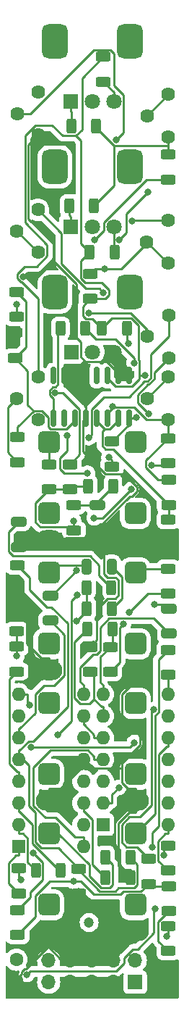
<source format=gbr>
%TF.GenerationSoftware,KiCad,Pcbnew,7.0.2*%
%TF.CreationDate,2023-06-12T17:36:46-04:00*%
%TF.ProjectId,as3340_no_mux,61733333-3430-45f6-9e6f-5f6d75782e6b,rev?*%
%TF.SameCoordinates,Original*%
%TF.FileFunction,Copper,L2,Bot*%
%TF.FilePolarity,Positive*%
%FSLAX46Y46*%
G04 Gerber Fmt 4.6, Leading zero omitted, Abs format (unit mm)*
G04 Created by KiCad (PCBNEW 7.0.2) date 2023-06-12 17:36:46*
%MOMM*%
%LPD*%
G01*
G04 APERTURE LIST*
G04 Aperture macros list*
%AMRoundRect*
0 Rectangle with rounded corners*
0 $1 Rounding radius*
0 $2 $3 $4 $5 $6 $7 $8 $9 X,Y pos of 4 corners*
0 Add a 4 corners polygon primitive as box body*
4,1,4,$2,$3,$4,$5,$6,$7,$8,$9,$2,$3,0*
0 Add four circle primitives for the rounded corners*
1,1,$1+$1,$2,$3*
1,1,$1+$1,$4,$5*
1,1,$1+$1,$6,$7*
1,1,$1+$1,$8,$9*
0 Add four rect primitives between the rounded corners*
20,1,$1+$1,$2,$3,$4,$5,0*
20,1,$1+$1,$4,$5,$6,$7,0*
20,1,$1+$1,$6,$7,$8,$9,0*
20,1,$1+$1,$8,$9,$2,$3,0*%
G04 Aperture macros list end*
%TA.AperFunction,ComponentPad*%
%ADD10O,3.100000X2.300000*%
%TD*%
%TA.AperFunction,ComponentPad*%
%ADD11RoundRect,0.650000X-0.650000X-0.650000X0.650000X-0.650000X0.650000X0.650000X-0.650000X0.650000X0*%
%TD*%
%TA.AperFunction,ComponentPad*%
%ADD12C,1.600000*%
%TD*%
%TA.AperFunction,ComponentPad*%
%ADD13R,1.800000X1.800000*%
%TD*%
%TA.AperFunction,ComponentPad*%
%ADD14C,1.800000*%
%TD*%
%TA.AperFunction,ComponentPad*%
%ADD15RoundRect,0.750000X0.750000X-1.250000X0.750000X1.250000X-0.750000X1.250000X-0.750000X-1.250000X0*%
%TD*%
%TA.AperFunction,SMDPad,CuDef*%
%ADD16RoundRect,0.250000X-0.312500X-0.625000X0.312500X-0.625000X0.312500X0.625000X-0.312500X0.625000X0*%
%TD*%
%TA.AperFunction,SMDPad,CuDef*%
%ADD17RoundRect,0.250000X0.325000X0.650000X-0.325000X0.650000X-0.325000X-0.650000X0.325000X-0.650000X0*%
%TD*%
%TA.AperFunction,ComponentPad*%
%ADD18C,1.620000*%
%TD*%
%TA.AperFunction,SMDPad,CuDef*%
%ADD19RoundRect,0.250000X0.625000X-0.312500X0.625000X0.312500X-0.625000X0.312500X-0.625000X-0.312500X0*%
%TD*%
%TA.AperFunction,SMDPad,CuDef*%
%ADD20RoundRect,0.250000X-0.625000X0.312500X-0.625000X-0.312500X0.625000X-0.312500X0.625000X0.312500X0*%
%TD*%
%TA.AperFunction,SMDPad,CuDef*%
%ADD21RoundRect,0.250000X0.312500X0.625000X-0.312500X0.625000X-0.312500X-0.625000X0.312500X-0.625000X0*%
%TD*%
%TA.AperFunction,ComponentPad*%
%ADD22R,1.600000X1.600000*%
%TD*%
%TA.AperFunction,ComponentPad*%
%ADD23O,1.600000X1.600000*%
%TD*%
%TA.AperFunction,SMDPad,CuDef*%
%ADD24RoundRect,0.150000X-0.150000X0.825000X-0.150000X-0.825000X0.150000X-0.825000X0.150000X0.825000X0*%
%TD*%
%TA.AperFunction,SMDPad,CuDef*%
%ADD25RoundRect,0.250000X0.650000X-0.325000X0.650000X0.325000X-0.650000X0.325000X-0.650000X-0.325000X0*%
%TD*%
%TA.AperFunction,ComponentPad*%
%ADD26R,1.700000X1.700000*%
%TD*%
%TA.AperFunction,ComponentPad*%
%ADD27O,1.700000X1.700000*%
%TD*%
%TA.AperFunction,SMDPad,CuDef*%
%ADD28RoundRect,0.250000X-0.650000X0.325000X-0.650000X-0.325000X0.650000X-0.325000X0.650000X0.325000X0*%
%TD*%
%TA.AperFunction,ComponentPad*%
%ADD29C,1.200000*%
%TD*%
%TA.AperFunction,ViaPad*%
%ADD30C,0.800000*%
%TD*%
%TA.AperFunction,Conductor*%
%ADD31C,0.250000*%
%TD*%
G04 APERTURE END LIST*
D10*
%TO.P,J15,S*%
%TO.N,GND*%
X193040000Y-140716000D03*
D11*
%TO.P,J15,T*%
%TO.N,Net-(J15-PadR)*%
X193040000Y-129316000D03*
%TO.P,J15,TN*%
%TO.N,N/C*%
X193040000Y-137616000D03*
%TD*%
D10*
%TO.P,J1,S*%
%TO.N,GND*%
X182880000Y-125476000D03*
D11*
%TO.P,J1,T*%
%TO.N,Net-(SW1-B)*%
X182880000Y-114076000D03*
%TO.P,J1,TN*%
%TO.N,N/C*%
X182880000Y-122376000D03*
%TD*%
D10*
%TO.P,J5,S*%
%TO.N,GND*%
X182880000Y-140716000D03*
D11*
%TO.P,J5,T*%
%TO.N,Net-(J5-PadR)*%
X182880000Y-129316000D03*
%TO.P,J5,TN*%
%TO.N,N/C*%
X182880000Y-137616000D03*
%TD*%
D12*
%TO.P,D1,1,K*%
%TO.N,GND*%
X179070000Y-146538000D03*
%TO.P,D1,2,A*%
%TO.N,Net-(D1-A)*%
X179070000Y-144038000D03*
%TD*%
D10*
%TO.P,J2,S*%
%TO.N,GND*%
X182880000Y-94996000D03*
D11*
%TO.P,J2,T*%
%TO.N,Net-(J2-PadR)*%
X182880000Y-83596000D03*
%TO.P,J2,TN*%
%TO.N,N/C*%
X182880000Y-91896000D03*
%TD*%
D10*
%TO.P,J12,S*%
%TO.N,GND*%
X193040000Y-94996000D03*
D11*
%TO.P,J12,T*%
%TO.N,Net-(J12-PadR)*%
X193040000Y-83596000D03*
%TO.P,J12,TN*%
%TO.N,N/C*%
X193040000Y-91896000D03*
%TD*%
D13*
%TO.P,THONKY_FINE_CV1,1,1*%
%TO.N,Net-(R16-Pad1)*%
X185500000Y-58420000D03*
D14*
%TO.P,THONKY_FINE_CV1,2,2*%
%TO.N,Net-(R19-Pad1)*%
X188000000Y-58420000D03*
%TO.P,THONKY_FINE_CV1,3,3*%
%TO.N,Net-(R6-Pad2)*%
X190500000Y-58420000D03*
D15*
%TO.P,THONKY_FINE_CV1,MP*%
%TO.N,N/C*%
X183600000Y-51420000D03*
X192400000Y-51420000D03*
%TD*%
D10*
%TO.P,J13,S*%
%TO.N,GND*%
X193040000Y-110236000D03*
D11*
%TO.P,J13,T*%
%TO.N,Net-(J13-PadR)*%
X193040000Y-98836000D03*
%TO.P,J13,TN*%
%TO.N,N/C*%
X193040000Y-107136000D03*
%TD*%
D10*
%TO.P,J4,S*%
%TO.N,GND*%
X182880000Y-110236000D03*
D11*
%TO.P,J4,T*%
%TO.N,Net-(C1-Pad2)*%
X182880000Y-98836000D03*
%TO.P,J4,TN*%
%TO.N,N/C*%
X182880000Y-107136000D03*
%TD*%
D13*
%TO.P,THONKY_COURSE_CV1,1,1*%
%TO.N,Net-(R8-Pad1)*%
X185500000Y-43775000D03*
D14*
%TO.P,THONKY_COURSE_CV1,2,2*%
%TO.N,Net-(R20-Pad1)*%
X188000000Y-43775000D03*
%TO.P,THONKY_COURSE_CV1,3,3*%
%TO.N,Net-(R2-Pad2)*%
X190500000Y-43775000D03*
D15*
%TO.P,THONKY_COURSE_CV1,MP*%
%TO.N,N/C*%
X183600000Y-36775000D03*
X192400000Y-36775000D03*
%TD*%
D13*
%TO.P,THONKY_PWM1,1,1*%
%TO.N,Net-(R5-Pad1)*%
X185505000Y-73040000D03*
D14*
%TO.P,THONKY_PWM1,2,2*%
%TO.N,Net-(J5-PadR)*%
X188005000Y-73040000D03*
%TO.P,THONKY_PWM1,3,3*%
%TO.N,GND*%
X190505000Y-73040000D03*
D15*
%TO.P,THONKY_PWM1,MP*%
%TO.N,N/C*%
X183605000Y-66040000D03*
X192405000Y-66040000D03*
%TD*%
D10*
%TO.P,J14,S*%
%TO.N,GND*%
X193040000Y-125476000D03*
D11*
%TO.P,J14,T*%
%TO.N,Net-(J14-PadR)*%
X193040000Y-114076000D03*
%TO.P,J14,TN*%
%TO.N,N/C*%
X193040000Y-122376000D03*
%TD*%
D16*
%TO.P,R46,1*%
%TO.N,Net-(U2-VS)*%
X189545500Y-134493000D03*
%TO.P,R46,2*%
%TO.N,GND*%
X192470500Y-134493000D03*
%TD*%
D17*
%TO.P,C1,1*%
%TO.N,Net-(C1-Pad1)*%
X190247800Y-98145600D03*
%TO.P,C1,2*%
%TO.N,Net-(C1-Pad2)*%
X187297800Y-98145600D03*
%TD*%
D18*
%TO.P,NOT_THOONKY_SineBiasTrim1,1,1*%
%TO.N,-15V*%
X181610000Y-75986000D03*
%TO.P,NOT_THOONKY_SineBiasTrim1,2,2*%
%TO.N,Net-(NOT_THOONKY_SineBiasTrim1-Pad2)*%
X179110000Y-78486000D03*
%TO.P,NOT_THOONKY_SineBiasTrim1,3,3*%
%TO.N,+15V*%
X181610000Y-80986000D03*
%TD*%
D19*
%TO.P,R60,1*%
%TO.N,Net-(D1-A)*%
X179120800Y-105653300D03*
%TO.P,R60,2*%
%TO.N,GND*%
X179120800Y-102728300D03*
%TD*%
D18*
%TO.P,NOT_THONKY_HF_TRACK1,1,1*%
%TO.N,Net-(U2-VHFT)*%
X181665000Y-42712000D03*
%TO.P,NOT_THONKY_HF_TRACK1,2,2*%
%TO.N,Net-(NOT_THONKY_HF_TRACK1-Pad2)*%
X179165000Y-45212000D03*
%TO.P,NOT_THONKY_HF_TRACK1,3,3*%
%TO.N,GND*%
X181665000Y-47712000D03*
%TD*%
D19*
%TO.P,R69,1*%
%TO.N,Net-(U4A--)*%
X196900800Y-101284500D03*
%TO.P,R69,2*%
%TO.N,Net-(J13-PadR)*%
X196900800Y-98359500D03*
%TD*%
D16*
%TO.P,R6,1*%
%TO.N,-15V*%
X187665900Y-61366400D03*
%TO.P,R6,2*%
%TO.N,Net-(R6-Pad2)*%
X190590900Y-61366400D03*
%TD*%
D20*
%TO.P,R55,1*%
%TO.N,Net-(U1A-+)*%
X179222400Y-83017900D03*
%TO.P,R55,2*%
%TO.N,Net-(NOT_THOONKY_SineBiasTrim1-Pad2)*%
X179222400Y-85942900D03*
%TD*%
D16*
%TO.P,R34,1*%
%TO.N,-15V*%
X189139100Y-70307200D03*
%TO.P,R34,2*%
%TO.N,Net-(R3-Pad1)*%
X192064100Y-70307200D03*
%TD*%
D20*
%TO.P,R4,1*%
%TO.N,Net-(NOT+THINKY_CV1-Pad1)*%
X196900800Y-140117100D03*
%TO.P,R4,2*%
%TO.N,Net-(R26-Pad1)*%
X196900800Y-143042100D03*
%TD*%
D19*
%TO.P,R58,1*%
%TO.N,Net-(U2-VP)*%
X179120800Y-110377700D03*
%TO.P,R58,2*%
%TO.N,Net-(D1-A)*%
X179120800Y-107452700D03*
%TD*%
D21*
%TO.P,R11,1*%
%TO.N,Net-(C1-Pad1)*%
X190286100Y-103022400D03*
%TO.P,R11,2*%
%TO.N,Net-(U2-VLFI)*%
X187361100Y-103022400D03*
%TD*%
D20*
%TO.P,R25,1*%
%TO.N,Net-(C9-Pad1)*%
X185826400Y-90942700D03*
%TO.P,R25,2*%
%TO.N,Net-(U2-VFCI)*%
X185826400Y-93867700D03*
%TD*%
%TO.P,R48,1*%
%TO.N,Net-(U2-VPWM)*%
X179222400Y-98003900D03*
%TO.P,R48,2*%
%TO.N,GND*%
X179222400Y-100928900D03*
%TD*%
%TO.P,R37,1*%
%TO.N,+15V*%
X196951600Y-87996300D03*
%TO.P,R37,2*%
%TO.N,Net-(R1-Pad2)*%
X196951600Y-90921300D03*
%TD*%
D16*
%TO.P,R16,1*%
%TO.N,Net-(R16-Pad1)*%
X185278300Y-55981600D03*
%TO.P,R16,2*%
%TO.N,+15V*%
X188203300Y-55981600D03*
%TD*%
D22*
%TO.P,U4,1*%
%TO.N,Net-(U4A--)*%
X189230000Y-128270000D03*
D23*
%TO.P,U4,2,-*%
X189230000Y-125730000D03*
%TO.P,U4,3,+*%
%TO.N,Net-(U4A-+)*%
X189230000Y-123190000D03*
%TO.P,U4,4,V+*%
%TO.N,+15V*%
X189230000Y-120650000D03*
%TO.P,U4,5,+*%
%TO.N,Net-(U2-VTO)*%
X189230000Y-118110000D03*
%TO.P,U4,6,-*%
%TO.N,Net-(U4B--)*%
X189230000Y-115570000D03*
%TO.P,U4,7*%
%TO.N,Net-(NOT_THONKY_SineShapeTrim1-Pad1)*%
X189230000Y-113030000D03*
%TO.P,U4,8*%
%TO.N,Net-(U4C--)*%
X196850000Y-113030000D03*
%TO.P,U4,9,-*%
X196850000Y-115570000D03*
%TO.P,U4,10,+*%
%TO.N,Net-(D1-A)*%
X196850000Y-118110000D03*
%TO.P,U4,11,V-*%
%TO.N,-15V*%
X196850000Y-120650000D03*
%TO.P,U4,12,+*%
%TO.N,Net-(U2-VSO)*%
X196850000Y-123190000D03*
%TO.P,U4,13,-*%
%TO.N,Net-(U4D--)*%
X196850000Y-125730000D03*
%TO.P,U4,14*%
X196850000Y-128270000D03*
%TD*%
D20*
%TO.P,R10,1*%
%TO.N,+15V*%
X196850000Y-83119500D03*
%TO.P,R10,2*%
%TO.N,Net-(U2-VLFI)*%
X196850000Y-86044500D03*
%TD*%
%TO.P,R20,1*%
%TO.N,Net-(R20-Pad1)*%
X185369200Y-86167500D03*
%TO.P,R20,2*%
%TO.N,Net-(U2-VFCI)*%
X185369200Y-89092500D03*
%TD*%
D19*
%TO.P,R67,1*%
%TO.N,Net-(U4D--)*%
X196850000Y-133644100D03*
%TO.P,R67,2*%
%TO.N,Net-(J14-PadR)*%
X196850000Y-130719100D03*
%TD*%
D24*
%TO.P,U1,1*%
%TO.N,unconnected-(U1-Pad1)*%
X183388000Y-75822000D03*
%TO.P,U1,2,DIODE_BIAS*%
%TO.N,GND*%
X184658000Y-75822000D03*
%TO.P,U1,3,+*%
X185928000Y-75822000D03*
%TO.P,U1,4,-*%
X187198000Y-75822000D03*
%TO.P,U1,5*%
%TO.N,unconnected-(U1-Pad5)*%
X188468000Y-75822000D03*
%TO.P,U1,6,V-*%
%TO.N,-15V*%
X189738000Y-75822000D03*
%TO.P,U1,7*%
%TO.N,GND*%
X191008000Y-75822000D03*
%TO.P,U1,8*%
X192278000Y-75822000D03*
%TO.P,U1,9*%
%TO.N,Net-(R3-Pad1)*%
X192278000Y-80772000D03*
%TO.P,U1,10*%
%TO.N,Net-(R1-Pad2)*%
X191008000Y-80772000D03*
%TO.P,U1,11,V+*%
%TO.N,+15V*%
X189738000Y-80772000D03*
%TO.P,U1,12*%
%TO.N,Net-(R1-Pad2)*%
X188468000Y-80772000D03*
%TO.P,U1,13,-*%
%TO.N,GND*%
X187198000Y-80772000D03*
%TO.P,U1,14,+*%
%TO.N,Net-(U1A-+)*%
X185928000Y-80772000D03*
%TO.P,U1,15,DIODE_BIAS*%
%TO.N,unconnected-(U1A-DIODE_BIAS-Pad15)*%
X184658000Y-80772000D03*
%TO.P,U1,16*%
%TO.N,Net-(R36-Pad2)*%
X183388000Y-80772000D03*
%TD*%
D20*
%TO.P,R9,1*%
%TO.N,Net-(U2-VPWM)*%
X186385200Y-133411500D03*
%TO.P,R9,2*%
%TO.N,GND*%
X186385200Y-136336500D03*
%TD*%
D19*
%TO.P,R26,1*%
%TO.N,Net-(R26-Pad1)*%
X196951600Y-138368500D03*
%TO.P,R26,2*%
%TO.N,Net-(U2-VFCI)*%
X196951600Y-135443500D03*
%TD*%
D16*
%TO.P,R64,1*%
%TO.N,Net-(U4B--)*%
X187411900Y-105460800D03*
%TO.P,R64,2*%
%TO.N,Net-(NOT_THONKY_SineShapeTrim1-Pad1)*%
X190336900Y-105460800D03*
%TD*%
D20*
%TO.P,R19,1*%
%TO.N,Net-(R19-Pad1)*%
X179222400Y-138237500D03*
%TO.P,R19,2*%
%TO.N,Net-(U2-VFCI)*%
X179222400Y-141162500D03*
%TD*%
%TO.P,R3,1*%
%TO.N,Net-(R3-Pad1)*%
X190296800Y-83525900D03*
%TO.P,R3,2*%
%TO.N,Net-(U4A-+)*%
X190296800Y-86450900D03*
%TD*%
D18*
%TO.P,NOT_THINK_SineLevelTrim1,1,1*%
%TO.N,Net-(NOT_THINK_SineLevelTrim1-Pad1)*%
X196905000Y-75986000D03*
%TO.P,NOT_THINK_SineLevelTrim1,2,2*%
X194405000Y-78486000D03*
%TO.P,NOT_THINK_SineLevelTrim1,3,3*%
%TO.N,+15V*%
X196905000Y-80986000D03*
%TD*%
D20*
%TO.P,R54,1*%
%TO.N,Net-(U1A-+)*%
X179070000Y-66010600D03*
%TO.P,R54,2*%
%TO.N,Net-(NOT_THONKY_SineShapeTrim1-Pad2)*%
X179070000Y-68935600D03*
%TD*%
D21*
%TO.P,R7,1*%
%TO.N,Net-(C9-Pad1)*%
X190438500Y-88747600D03*
%TO.P,R7,2*%
%TO.N,Net-(U2-VFCI)*%
X187513500Y-88747600D03*
%TD*%
D20*
%TO.P,R2,1*%
%TO.N,-15V*%
X189280800Y-38567900D03*
%TO.P,R2,2*%
%TO.N,Net-(R2-Pad2)*%
X189280800Y-41492900D03*
%TD*%
D16*
%TO.P,R8,1*%
%TO.N,Net-(R8-Pad1)*%
X185532300Y-46634400D03*
%TO.P,R8,2*%
%TO.N,+15V*%
X188457300Y-46634400D03*
%TD*%
D18*
%TO.P,SW1,1,A*%
%TO.N,Net-(SW1-A)*%
X196962400Y-68721600D03*
%TO.P,SW1,2,B*%
%TO.N,Net-(SW1-B)*%
X194462400Y-71221600D03*
%TO.P,SW1,3,C*%
%TO.N,Net-(SW1-C)*%
X196962400Y-73721600D03*
%TD*%
%TO.P,NOT_THONKY_SineShapeTrim1,1,1*%
%TO.N,Net-(NOT_THONKY_SineShapeTrim1-Pad1)*%
X181610000Y-56428000D03*
%TO.P,NOT_THONKY_SineShapeTrim1,2,2*%
%TO.N,Net-(NOT_THONKY_SineShapeTrim1-Pad2)*%
X179110000Y-58928000D03*
%TO.P,NOT_THONKY_SineShapeTrim1,3,3*%
X181610000Y-61428000D03*
%TD*%
D20*
%TO.P,R24,1*%
%TO.N,Net-(J2-PadR)*%
X182930800Y-86167500D03*
%TO.P,R24,2*%
%TO.N,Net-(U2-VFCI)*%
X182930800Y-89092500D03*
%TD*%
D25*
%TO.P,C2,1*%
%TO.N,GND*%
X179324000Y-95861400D03*
%TO.P,C2,2*%
%TO.N,Net-(C2-Pad2)*%
X179324000Y-92911400D03*
%TD*%
D19*
%TO.P,R17,1*%
%TO.N,Net-(U2-VFCI)*%
X194564000Y-135193500D03*
%TO.P,R17,2*%
%TO.N,Net-(NOT_THONKY_HF_TRACK1-Pad2)*%
X194564000Y-132268500D03*
%TD*%
D16*
%TO.P,R12,1*%
%TO.N,Net-(U2-VLFI)*%
X187310300Y-100584000D03*
%TO.P,R12,2*%
%TO.N,Net-(C2-Pad2)*%
X190235300Y-100584000D03*
%TD*%
D26*
%TO.P,J11,1,Pin_1*%
%TO.N,-15V*%
X193035000Y-146685000D03*
D27*
%TO.P,J11,2,Pin_2*%
X193035000Y-144145000D03*
%TO.P,J11,3,Pin_3*%
%TO.N,GND*%
X190495000Y-146685000D03*
%TO.P,J11,4,Pin_4*%
X190495000Y-144145000D03*
%TO.P,J11,5,Pin_5*%
X187955000Y-146685000D03*
%TO.P,J11,6,Pin_6*%
X187955000Y-144145000D03*
%TO.P,J11,7,Pin_7*%
X185415000Y-146685000D03*
%TO.P,J11,8,Pin_8*%
X185415000Y-144145000D03*
%TO.P,J11,9,Pin_9*%
%TO.N,+15V*%
X182875000Y-146685000D03*
%TO.P,J11,10,Pin_10*%
X182875000Y-144145000D03*
%TD*%
D28*
%TO.P,C7,1*%
%TO.N,Net-(SW1-A)*%
X183083200Y-101496600D03*
%TO.P,C7,2*%
%TO.N,Net-(U2-VHSI)*%
X183083200Y-104446600D03*
%TD*%
D20*
%TO.P,R51,1*%
%TO.N,GND*%
X178917600Y-70825900D03*
%TO.P,R51,2*%
%TO.N,Net-(U1A-+)*%
X178917600Y-73750900D03*
%TD*%
D21*
%TO.P,R36,1*%
%TO.N,Net-(NOT_THINK_SineLevelTrim1-Pad1)*%
X187187300Y-70307200D03*
%TO.P,R36,2*%
%TO.N,Net-(R36-Pad2)*%
X184262300Y-70307200D03*
%TD*%
D22*
%TO.P,U2,1,SCALE1*%
%TO.N,Net-(U2-SCALE1)*%
X179324000Y-130810000D03*
D23*
%TO.P,U2,2,SCALE2*%
%TO.N,Net-(U2-SCALE2)*%
X179324000Y-128270000D03*
%TO.P,U2,3,VEE*%
%TO.N,Net-(U2-VEE)*%
X179324000Y-125730000D03*
%TO.P,U2,4,VP*%
%TO.N,Net-(U2-VP)*%
X179324000Y-123190000D03*
%TO.P,U2,5,VPWM*%
%TO.N,Net-(U2-VPWM)*%
X179324000Y-120650000D03*
%TO.P,U2,6,VHSI*%
%TO.N,Net-(U2-VHSI)*%
X179324000Y-118110000D03*
%TO.P,U2,7,VHFT*%
%TO.N,Net-(U2-VHFT)*%
X179324000Y-115570000D03*
%TO.P,U2,8,VSO*%
%TO.N,Net-(U2-VSO)*%
X179324000Y-113030000D03*
%TO.P,U2,9,VSSI*%
%TO.N,Net-(U2-VSSI)*%
X186944000Y-113030000D03*
%TO.P,U2,10,VTO*%
%TO.N,Net-(U2-VTO)*%
X186944000Y-115570000D03*
%TO.P,U2,11,CAP*%
%TO.N,Net-(U2-CAP)*%
X186944000Y-118110000D03*
%TO.P,U2,12,GND*%
%TO.N,GND*%
X186944000Y-120650000D03*
%TO.P,U2,13,VLFI*%
%TO.N,Net-(U2-VLFI)*%
X186944000Y-123190000D03*
%TO.P,U2,14,VS*%
%TO.N,Net-(U2-VS)*%
X186944000Y-125730000D03*
%TO.P,U2,15,VFCI*%
%TO.N,Net-(U2-VFCI)*%
X186944000Y-128270000D03*
%TO.P,U2,16,VCC*%
%TO.N,+15V*%
X186944000Y-130810000D03*
%TD*%
D16*
%TO.P,R40,1*%
%TO.N,Net-(J5-PadR)*%
X189545500Y-132080000D03*
%TO.P,R40,2*%
%TO.N,Net-(U2-VPWM)*%
X192470500Y-132080000D03*
%TD*%
D19*
%TO.P,R5,1*%
%TO.N,Net-(R5-Pad1)*%
X196900800Y-52922900D03*
%TO.P,R5,2*%
%TO.N,+15V*%
X196900800Y-49997900D03*
%TD*%
D18*
%TO.P,NOT+THINKY_CV1,1,1*%
%TO.N,Net-(NOT+THINKY_CV1-Pad1)*%
X196905000Y-42966000D03*
%TO.P,NOT+THINKY_CV1,2,2*%
X194405000Y-45466000D03*
%TO.P,NOT+THINKY_CV1,3,3*%
%TO.N,+15V*%
X196905000Y-47966000D03*
%TD*%
D21*
%TO.P,R39,1*%
%TO.N,Net-(U2-VEE)*%
X184291700Y-133654800D03*
%TO.P,R39,2*%
%TO.N,Net-(U2-SCALE2)*%
X181366700Y-133654800D03*
%TD*%
D20*
%TO.P,R68,1*%
%TO.N,Net-(NOT_THONKY_SineShapeTrim1-Pad1)*%
X190093600Y-107503500D03*
%TO.P,R68,2*%
%TO.N,Net-(J12-PadR)*%
X190093600Y-110428500D03*
%TD*%
%TO.P,R38,1*%
%TO.N,Net-(NOT_THINKY_TEMKO1-Pad1)*%
X179324000Y-133360700D03*
%TO.P,R38,2*%
%TO.N,Net-(U2-SCALE1)*%
X179324000Y-136285700D03*
%TD*%
D28*
%TO.P,C9,1*%
%TO.N,Net-(C9-Pad1)*%
X188620400Y-90981000D03*
%TO.P,C9,2*%
%TO.N,GND*%
X188620400Y-93931000D03*
%TD*%
D20*
%TO.P,R62,1*%
%TO.N,GND*%
X187706000Y-107503500D03*
%TO.P,R62,2*%
%TO.N,Net-(U4B--)*%
X187706000Y-110428500D03*
%TD*%
D18*
%TO.P,NOT_THINKY_TEMKO1,1,1*%
%TO.N,Net-(NOT_THINKY_TEMKO1-Pad1)*%
X196850000Y-57698000D03*
%TO.P,NOT_THINKY_TEMKO1,2,2*%
%TO.N,Net-(U2-VEE)*%
X194350000Y-60198000D03*
%TO.P,NOT_THINKY_TEMKO1,3,3*%
X196850000Y-62698000D03*
%TD*%
D28*
%TO.P,C3,1*%
%TO.N,Net-(SW1-C)*%
X197002400Y-103020600D03*
%TO.P,C3,2*%
%TO.N,Net-(U2-VSSI)*%
X197002400Y-105970600D03*
%TD*%
D19*
%TO.P,R66,1*%
%TO.N,Net-(U4C--)*%
X196900800Y-110784100D03*
%TO.P,R66,2*%
%TO.N,Net-(J15-PadR)*%
X196900800Y-107859100D03*
%TD*%
%TO.P,R1,1*%
%TO.N,GND*%
X196900800Y-95594900D03*
%TO.P,R1,2*%
%TO.N,Net-(R1-Pad2)*%
X196900800Y-92669900D03*
%TD*%
D20*
%TO.P,R50,1*%
%TO.N,Net-(U2-VEE)*%
X187756800Y-63917100D03*
%TO.P,R50,2*%
%TO.N,-15V*%
X187756800Y-66842100D03*
%TD*%
D29*
%TO.P,PolyStirene!C11,1*%
%TO.N,GND*%
X189611000Y-139700000D03*
%TO.P,PolyStirene!C11,2*%
%TO.N,Net-(U2-CAP)*%
X187611000Y-139700000D03*
%TD*%
D30*
%TO.N,GND*%
X179150000Y-71928400D03*
X179847100Y-64230900D03*
%TO.N,Net-(D1-A)*%
X179120800Y-108591900D03*
X180313300Y-145778000D03*
X195022400Y-130935200D03*
X195388000Y-138112800D03*
%TO.N,-15V*%
X194211800Y-75799600D03*
%TO.N,+15V*%
X190357400Y-79420100D03*
%TO.N,Net-(J12-PadR)*%
X191656300Y-104831700D03*
%TO.N,Net-(J14-PadR)*%
X196403200Y-131858600D03*
%TO.N,Net-(R3-Pad1)*%
X192233000Y-72075400D03*
X193132400Y-80716900D03*
%TO.N,Net-(U4A-+)*%
X189947900Y-85358200D03*
%TO.N,Net-(SW1-C)*%
X195317100Y-102550100D03*
X194594900Y-80294000D03*
%TO.N,Net-(U2-VLFI)*%
X192546900Y-89121000D03*
X194934000Y-86288000D03*
X186177000Y-104471700D03*
X188200300Y-92456000D03*
%TO.N,Net-(U2-VFCI)*%
X185782300Y-92768300D03*
X185812800Y-134898300D03*
%TO.N,Net-(SW1-A)*%
X186149200Y-98585000D03*
X187559200Y-83065700D03*
%TO.N,Net-(SW1-B)*%
X187548600Y-68520100D03*
%TO.N,Net-(U2-VEE)*%
X189425200Y-63344700D03*
%TO.N,Net-(NOT+THINKY_CV1-Pad1)*%
X196730100Y-141296600D03*
X194545500Y-54354300D03*
X191154400Y-59950800D03*
%TO.N,Net-(NOT_THINKY_TEMKO1-Pad1)*%
X192616200Y-57727800D03*
X185017700Y-82811000D03*
X179655900Y-134720800D03*
X186199300Y-101412800D03*
X187429900Y-87205800D03*
X183937200Y-117752100D03*
%TO.N,Net-(NOT_THINK_SineLevelTrim1-Pad1)*%
X192889600Y-74336100D03*
%TO.N,Net-(U4A--)*%
X192308600Y-103493000D03*
X191088800Y-123925800D03*
%TO.N,Net-(NOT_THONKY_HF_TRACK1-Pad2)*%
X190820600Y-48256900D03*
X195155500Y-114835200D03*
%TO.N,Net-(NOT_THONKY_SineShapeTrim1-Pad1)*%
X189303000Y-66122900D03*
%TO.N,Net-(NOT_THONKY_SineShapeTrim1-Pad2)*%
X179110000Y-67474600D03*
%TO.N,Net-(R5-Pad1)*%
X188242600Y-59960400D03*
%TO.N,Net-(R19-Pad1)*%
X181077700Y-131542300D03*
%TO.N,Net-(R20-Pad1)*%
X183613400Y-77799800D03*
%TO.N,Net-(U2-VSO)*%
X180802100Y-119195600D03*
X192926400Y-118691000D03*
X180644700Y-114294900D03*
%TD*%
D31*
%TO.N,Net-(C1-Pad1)*%
X191428600Y-101879900D02*
X190286100Y-103022400D01*
X190247800Y-98145600D02*
X191428600Y-99326400D01*
X191428600Y-99326400D02*
X191428600Y-101879900D01*
%TO.N,Net-(C1-Pad2)*%
X187084900Y-97932700D02*
X183783300Y-97932700D01*
X187297800Y-98145600D02*
X187084900Y-97932700D01*
X183783300Y-97932700D02*
X182880000Y-98836000D01*
%TO.N,GND*%
X180492500Y-48884500D02*
X181665000Y-47712000D01*
X191008000Y-75822000D02*
X191008000Y-75517600D01*
X190495000Y-144145000D02*
X190495000Y-140848000D01*
X191072100Y-133094600D02*
X191072100Y-128110400D01*
X187955000Y-144145000D02*
X189057300Y-144145000D01*
X189808700Y-101828600D02*
X188515900Y-103121400D01*
X182880000Y-125476000D02*
X182880000Y-124073700D01*
X185928000Y-75822000D02*
X184658000Y-75822000D01*
X186906900Y-81063100D02*
X186906900Y-84713800D01*
X180043200Y-145125700D02*
X179661000Y-145507900D01*
X186675500Y-73669900D02*
X186675500Y-71884900D01*
X192304200Y-126878300D02*
X193040000Y-126878300D01*
X193586800Y-117612400D02*
X191485200Y-115510800D01*
X188515900Y-106693600D02*
X187706000Y-107503500D01*
X192905400Y-111638300D02*
X193040000Y-111638300D01*
X192165400Y-124073700D02*
X191485200Y-123393500D01*
X192373200Y-89930100D02*
X188620400Y-93682900D01*
X178917600Y-71696000D02*
X179150000Y-71928400D01*
X189377900Y-95303500D02*
X189377900Y-98962300D01*
X186144100Y-65132000D02*
X183417900Y-62405800D01*
X192470500Y-134493000D02*
X191072100Y-133094600D01*
X186944000Y-121702300D02*
X186653700Y-121702300D01*
X182880000Y-110236000D02*
X182880000Y-108833700D01*
X191051200Y-101442700D02*
X190665300Y-101828600D01*
X179324000Y-95861400D02*
X180212300Y-95861400D01*
X183417900Y-62405800D02*
X183417900Y-60411900D01*
X182839700Y-142523400D02*
X184312700Y-143996500D01*
X191072100Y-128110400D02*
X192304200Y-126878300D01*
X189352600Y-74192400D02*
X189517700Y-74027300D01*
X193040000Y-94996000D02*
X196301900Y-94996000D01*
X186675500Y-71884900D02*
X186144100Y-71353500D01*
X188620400Y-93682900D02*
X188620400Y-93931000D01*
X187198000Y-75822000D02*
X187198000Y-80772000D01*
X186944000Y-120650000D02*
X186944000Y-121702300D01*
X182880000Y-142483100D02*
X182839700Y-142523400D01*
X182880000Y-108833700D02*
X182003600Y-108833700D01*
X190627000Y-140716000D02*
X189611000Y-139700000D01*
X179661000Y-145702100D02*
X179070000Y-146293100D01*
X189377900Y-95303500D02*
X188819800Y-94745400D01*
X186906900Y-84713800D02*
X189507600Y-87314500D01*
X191485200Y-121104700D02*
X193586800Y-119003100D01*
X191686400Y-87314500D02*
X193238600Y-88866700D01*
X193040000Y-140716000D02*
X191705600Y-140716000D01*
X191485200Y-115510800D02*
X191485200Y-113058500D01*
X191008000Y-75822000D02*
X192278000Y-75822000D01*
X179661000Y-145507900D02*
X179661000Y-145702100D01*
X193040000Y-125476000D02*
X193040000Y-126878300D01*
X193040000Y-110236000D02*
X193040000Y-111638300D01*
X189685400Y-94996000D02*
X189377900Y-95303500D01*
X179222400Y-100928900D02*
X179120800Y-101030500D01*
X191008000Y-75517600D02*
X189517700Y-74027300D01*
X189792900Y-99377300D02*
X190729600Y-99377300D01*
X180278800Y-103886300D02*
X179120800Y-102728300D01*
X187198000Y-74192400D02*
X189352600Y-74192400D01*
X183417900Y-62405800D02*
X181592800Y-64230900D01*
X189611000Y-139562300D02*
X186385200Y-136336500D01*
X189611000Y-139700000D02*
X189611000Y-139562300D01*
X191485200Y-123393500D02*
X191485200Y-121702300D01*
X193040000Y-94996000D02*
X191237700Y-94996000D01*
X189517700Y-74027300D02*
X190505000Y-73040000D01*
X191705600Y-140716000D02*
X190627000Y-140716000D01*
X180278800Y-107108900D02*
X180278800Y-103886300D01*
X182839700Y-142523400D02*
X180237400Y-145125700D01*
X191485200Y-121702300D02*
X186944000Y-121702300D01*
X186144100Y-71353500D02*
X186144100Y-65132000D01*
X185415000Y-144145000D02*
X187955000Y-144145000D01*
X192678400Y-89930100D02*
X192373200Y-89930100D01*
X190729600Y-99377300D02*
X191051200Y-99698900D01*
X182880000Y-142118300D02*
X182880000Y-142483100D01*
X179070000Y-146293100D02*
X179070000Y-146538000D01*
X182880000Y-140716000D02*
X182880000Y-142118300D01*
X184932900Y-94745400D02*
X184682300Y-94996000D01*
X182003600Y-108833700D02*
X180278800Y-107108900D01*
X189377900Y-98962300D02*
X189792900Y-99377300D01*
X183417900Y-60411900D02*
X180492500Y-57486500D01*
X186653700Y-121702300D02*
X184282300Y-124073700D01*
X181592800Y-64230900D02*
X179847100Y-64230900D01*
X191237700Y-94996000D02*
X189685400Y-94996000D01*
X191485200Y-113058500D02*
X192905400Y-111638300D01*
X190495000Y-140848000D02*
X190627000Y-140716000D01*
X187198000Y-74192400D02*
X186675500Y-73669900D01*
X189507600Y-87314500D02*
X191686400Y-87314500D01*
X182880000Y-94996000D02*
X184682300Y-94996000D01*
X193040000Y-125476000D02*
X193040000Y-124073700D01*
X193238600Y-88866700D02*
X193238600Y-89369900D01*
X188819800Y-94745400D02*
X188620400Y-94745400D01*
X180492500Y-57486500D02*
X180492500Y-48884500D01*
X193586800Y-119003100D02*
X193586800Y-117612400D01*
X188515900Y-103121400D02*
X188515900Y-106693600D01*
X178917600Y-70825900D02*
X178917600Y-71696000D01*
X188620400Y-94745400D02*
X188620400Y-93931000D01*
X185415000Y-144145000D02*
X184312700Y-144145000D01*
X191485200Y-121702300D02*
X191485200Y-121104700D01*
X187198000Y-80772000D02*
X186906900Y-81063100D01*
X193238600Y-89369900D02*
X192678400Y-89930100D01*
X180237400Y-145125700D02*
X180043200Y-145125700D01*
X180212300Y-95861400D02*
X181077700Y-94996000D01*
X190665300Y-101828600D02*
X189808700Y-101828600D01*
X193040000Y-124073700D02*
X192165400Y-124073700D01*
X191051200Y-99698900D02*
X191051200Y-101442700D01*
X179120800Y-101030500D02*
X179120800Y-102728300D01*
X184312700Y-143996500D02*
X184312700Y-144145000D01*
X196301900Y-94996000D02*
X196900800Y-95594900D01*
X182880000Y-94996000D02*
X181077700Y-94996000D01*
X188620400Y-94745400D02*
X184932900Y-94745400D01*
X187198000Y-75822000D02*
X185928000Y-75822000D01*
X184282300Y-124073700D02*
X182880000Y-124073700D01*
X190495000Y-144145000D02*
X189057300Y-144145000D01*
X187198000Y-75822000D02*
X187198000Y-74192400D01*
%TO.N,Net-(C2-Pad2)*%
X188793200Y-99141900D02*
X190235300Y-100584000D01*
X178645800Y-96899400D02*
X187751500Y-96899400D01*
X178140500Y-94094900D02*
X178140500Y-96394100D01*
X178140500Y-96394100D02*
X178645800Y-96899400D01*
X188793200Y-97941100D02*
X188793200Y-99141900D01*
X187751500Y-96899400D02*
X188793200Y-97941100D01*
X179324000Y-92911400D02*
X178140500Y-94094900D01*
%TO.N,Net-(U2-VSSI)*%
X186944000Y-113030000D02*
X186944000Y-111977700D01*
X188914300Y-108000600D02*
X188914300Y-105222300D01*
X186944000Y-111977700D02*
X186576900Y-111610600D01*
X186576900Y-111610600D02*
X186576900Y-109892500D01*
X186576900Y-109892500D02*
X188061700Y-108407700D01*
X188061700Y-108407700D02*
X188507200Y-108407700D01*
X188507200Y-108407700D02*
X188914300Y-108000600D01*
X188914300Y-105222300D02*
X189970900Y-104165700D01*
X195197500Y-104165700D02*
X197002400Y-105970600D01*
X189970900Y-104165700D02*
X195197500Y-104165700D01*
%TO.N,Net-(U2-VHSI)*%
X183488300Y-112018500D02*
X184692200Y-110814600D01*
X179324000Y-118110000D02*
X179324000Y-117057700D01*
X184692200Y-106055600D02*
X183083200Y-104446600D01*
X181299000Y-113034400D02*
X182314900Y-112018500D01*
X179324000Y-117057700D02*
X179455700Y-117057700D01*
X182314900Y-112018500D02*
X183488300Y-112018500D01*
X184692200Y-110814600D02*
X184692200Y-106055600D01*
X179455700Y-117057700D02*
X181299000Y-115214400D01*
X181299000Y-115214400D02*
X181299000Y-113034400D01*
%TO.N,Net-(C9-Pad1)*%
X188620400Y-90942700D02*
X185826400Y-90942700D01*
X190438500Y-88747600D02*
X188620400Y-90565700D01*
X188620400Y-90565700D02*
X188620400Y-90942700D01*
X188620400Y-90942700D02*
X188620400Y-90981000D01*
%TO.N,Net-(D1-A)*%
X191765000Y-144439300D02*
X190789300Y-145415000D01*
X195797700Y-120082900D02*
X195797700Y-128415000D01*
X180676300Y-145415000D02*
X180313300Y-145778000D01*
X195230400Y-138270400D02*
X195230400Y-140930500D01*
X192758700Y-142840100D02*
X191765000Y-143833800D01*
X196718300Y-119162300D02*
X195797700Y-120082900D01*
X179120800Y-108591900D02*
X179120800Y-107452700D01*
X196850000Y-119162300D02*
X196718300Y-119162300D01*
X195022400Y-129190300D02*
X195022400Y-130935200D01*
X193320800Y-142840100D02*
X192758700Y-142840100D01*
X196850000Y-118110000D02*
X196850000Y-119162300D01*
X195388000Y-138112800D02*
X195230400Y-138270400D01*
X179120800Y-105653300D02*
X179120800Y-107452700D01*
X190789300Y-145415000D02*
X180676300Y-145415000D01*
X195797700Y-128415000D02*
X195022400Y-129190300D01*
X195230400Y-140930500D02*
X193320800Y-142840100D01*
X191765000Y-143833800D02*
X191765000Y-144439300D01*
%TO.N,Net-(J2-PadR)*%
X182930800Y-83646800D02*
X182880000Y-83596000D01*
X182930800Y-86167500D02*
X182930800Y-83646800D01*
%TO.N,-15V*%
X183291600Y-46599600D02*
X181275200Y-46599600D01*
X186073900Y-47792700D02*
X184484700Y-47792700D01*
X187756800Y-66842100D02*
X189506300Y-66842100D01*
X189738000Y-75822000D02*
X189738000Y-76103300D01*
X186610200Y-64456800D02*
X186610200Y-62422100D01*
X186610200Y-62422100D02*
X187665900Y-61366400D01*
X179155300Y-63968900D02*
X179155300Y-64461500D01*
X182704200Y-61841100D02*
X181485600Y-63059700D01*
X186869500Y-68803000D02*
X186869500Y-67729400D01*
X182704200Y-60528000D02*
X182704200Y-61841100D01*
X192574800Y-69138000D02*
X190308300Y-69138000D01*
X192624400Y-77093700D02*
X193541900Y-76176200D01*
X180106100Y-57929900D02*
X182704200Y-60528000D01*
X189139100Y-70307200D02*
X188010700Y-69178800D01*
X179577000Y-64883200D02*
X179705300Y-64883200D01*
X186073900Y-47792700D02*
X186652400Y-48371200D01*
X187129500Y-64976100D02*
X186610200Y-64456800D01*
X180106100Y-47768700D02*
X180106100Y-57929900D01*
X189738000Y-76103300D02*
X190728400Y-77093700D01*
X189280800Y-38567900D02*
X186814000Y-41034700D01*
X193391800Y-73915800D02*
X193391800Y-69955000D01*
X189099300Y-64976100D02*
X187129500Y-64976100D01*
X184484700Y-47792700D02*
X183291600Y-46599600D01*
X189506300Y-66842100D02*
X189955300Y-66393100D01*
X181275200Y-46599600D02*
X180106100Y-47768700D01*
X189955300Y-65832100D02*
X189099300Y-64976100D01*
X186652400Y-48371200D02*
X186652400Y-60352900D01*
X186652400Y-60352900D02*
X187665900Y-61366400D01*
X190308300Y-69138000D02*
X189139100Y-70307200D01*
X186869500Y-67729400D02*
X187756800Y-66842100D01*
X181485600Y-63059700D02*
X180064500Y-63059700D01*
X193541900Y-75799600D02*
X194211800Y-75799600D01*
X193541900Y-75799600D02*
X193541900Y-74065900D01*
X193541900Y-76176200D02*
X193541900Y-75799600D01*
X193541900Y-74065900D02*
X193391800Y-73915800D01*
X186814000Y-41034700D02*
X186814000Y-47052600D01*
X179155300Y-64461500D02*
X179577000Y-64883200D01*
X186814000Y-47052600D02*
X186073900Y-47792700D01*
X180064500Y-63059700D02*
X179155300Y-63968900D01*
X190728400Y-77093700D02*
X192624400Y-77093700D01*
X193391800Y-69955000D02*
X192574800Y-69138000D01*
X188010700Y-69178800D02*
X187245300Y-69178800D01*
X189955300Y-66393100D02*
X189955300Y-65832100D01*
X181610000Y-66787900D02*
X181610000Y-75986000D01*
X179705300Y-64883200D02*
X181610000Y-66787900D01*
X187245300Y-69178800D02*
X186869500Y-68803000D01*
%TO.N,+15V*%
X190559600Y-53625300D02*
X188203300Y-55981600D01*
X194364300Y-80986000D02*
X196850000Y-80986000D01*
X188177700Y-120322900D02*
X188177700Y-120650000D01*
X181077600Y-126075100D02*
X181077600Y-121602400D01*
X194281600Y-86571500D02*
X195706400Y-87996300D01*
X189230000Y-120650000D02*
X188177700Y-120650000D01*
X190559600Y-48970300D02*
X190559600Y-53625300D01*
X192907000Y-79528700D02*
X194364300Y-80986000D01*
X187452400Y-119597600D02*
X188177700Y-120322900D01*
X183082400Y-119597600D02*
X187452400Y-119597600D01*
X186944000Y-130810000D02*
X186944000Y-129757700D01*
X188457300Y-46868000D02*
X188457300Y-46634400D01*
X186944000Y-129757700D02*
X185977600Y-129757700D01*
X196850000Y-80986000D02*
X196905000Y-80986000D01*
X190559600Y-48970300D02*
X188457300Y-46868000D01*
X185977600Y-129757700D02*
X183673100Y-127453200D01*
X196850000Y-83119500D02*
X194281600Y-85687900D01*
X196850000Y-80986000D02*
X196850000Y-83119500D01*
X189738000Y-80772000D02*
X189738000Y-80207400D01*
X194281600Y-85687900D02*
X194281600Y-86571500D01*
X196900800Y-47970200D02*
X196900800Y-48970300D01*
X190416700Y-79479400D02*
X190357400Y-79420100D01*
X196905000Y-47966000D02*
X196900800Y-47970200D01*
X183673100Y-127453200D02*
X182455700Y-127453200D01*
X182455700Y-127453200D02*
X181077600Y-126075100D01*
X190416700Y-79528700D02*
X192907000Y-79528700D01*
X189738000Y-80207400D02*
X190416700Y-79528700D01*
X196900800Y-48970300D02*
X190559600Y-48970300D01*
X190416700Y-79528700D02*
X190416700Y-79479400D01*
X181077600Y-121602400D02*
X183082400Y-119597600D01*
X196900800Y-48970300D02*
X196900800Y-49997900D01*
X195706400Y-87996300D02*
X196951600Y-87996300D01*
%TO.N,Net-(J12-PadR)*%
X191221900Y-109300200D02*
X191221900Y-105266100D01*
X190093600Y-110428500D02*
X191221900Y-109300200D01*
X191221900Y-105266100D02*
X191656300Y-104831700D01*
%TO.N,Net-(J13-PadR)*%
X196900800Y-98359500D02*
X193516500Y-98359500D01*
X193516500Y-98359500D02*
X193040000Y-98836000D01*
%TO.N,Net-(J14-PadR)*%
X196850000Y-130719100D02*
X196403200Y-131165900D01*
X196403200Y-131165900D02*
X196403200Y-131858600D01*
%TO.N,Net-(J15-PadR)*%
X193040000Y-129316000D02*
X195352500Y-127003500D01*
X195807800Y-114565000D02*
X195757000Y-114514200D01*
X195352500Y-127003500D02*
X195352500Y-115560700D01*
X195757000Y-109002900D02*
X196900800Y-107859100D01*
X195352500Y-115560700D02*
X195807800Y-115105400D01*
X195757000Y-114514200D02*
X195757000Y-109002900D01*
X195807800Y-115105400D02*
X195807800Y-114565000D01*
%TO.N,Net-(R1-Pad2)*%
X189161700Y-82299800D02*
X189161700Y-84039900D01*
X191008000Y-81068000D02*
X191008000Y-80772000D01*
X190037700Y-82038300D02*
X191008000Y-81068000D01*
X196900800Y-92669900D02*
X196951600Y-92619100D01*
X188468000Y-81083100D02*
X189423200Y-82038300D01*
X188468000Y-80772000D02*
X188468000Y-81083100D01*
X189423200Y-82038300D02*
X189161700Y-82299800D01*
X190420500Y-84390200D02*
X196951600Y-90921300D01*
X189423200Y-82038300D02*
X190037700Y-82038300D01*
X196951600Y-92619100D02*
X196951600Y-90921300D01*
X189512000Y-84390200D02*
X190420500Y-84390200D01*
X189161700Y-84039900D02*
X189512000Y-84390200D01*
%TO.N,Net-(R3-Pad1)*%
X192278000Y-80772000D02*
X192278000Y-81544700D01*
X192064100Y-71906500D02*
X192233000Y-72075400D01*
X192278000Y-81544700D02*
X190296800Y-83525900D01*
X192278000Y-80772000D02*
X193077300Y-80772000D01*
X192064100Y-70307200D02*
X192064100Y-71906500D01*
X193077300Y-80772000D02*
X193132400Y-80716900D01*
%TO.N,Net-(U4A-+)*%
X190296800Y-85707100D02*
X189947900Y-85358200D01*
X190296800Y-86450900D02*
X190296800Y-85707100D01*
%TO.N,Net-(SW1-C)*%
X194594900Y-80294000D02*
X193311000Y-79010100D01*
X193311000Y-79010100D02*
X193311000Y-78066500D01*
X195241400Y-75442600D02*
X196962400Y-73721600D01*
X193311000Y-78066500D02*
X194548300Y-76829200D01*
X194638300Y-76829200D02*
X195241400Y-76226100D01*
X194548300Y-76829200D02*
X194638300Y-76829200D01*
X195241400Y-76226100D02*
X195241400Y-75442600D01*
X197002400Y-103020600D02*
X196531900Y-102550100D01*
X196531900Y-102550100D02*
X195317100Y-102550100D01*
%TO.N,Net-(R26-Pad1)*%
X195728800Y-141870100D02*
X195728800Y-139591300D01*
X196900800Y-143042100D02*
X195728800Y-141870100D01*
X195728800Y-139591300D02*
X196951600Y-138368500D01*
%TO.N,Net-(U2-VLFI)*%
X192546900Y-89121000D02*
X189211900Y-92456000D01*
X194934000Y-86288000D02*
X196606500Y-86288000D01*
X187310300Y-100584000D02*
X187361100Y-100634800D01*
X189211900Y-92456000D02*
X188200300Y-92456000D01*
X187361100Y-103022400D02*
X187361100Y-103287600D01*
X187361100Y-100634800D02*
X187361100Y-103022400D01*
X196606500Y-86288000D02*
X196850000Y-86044500D01*
X187361100Y-103287600D02*
X186177000Y-104471700D01*
%TO.N,Net-(U2-VFCI)*%
X191262900Y-136407300D02*
X188146700Y-136407300D01*
X194564000Y-135193500D02*
X193696400Y-136061100D01*
X193696400Y-136061100D02*
X191609100Y-136061100D01*
X185782300Y-93490400D02*
X185782300Y-92768300D01*
X181325100Y-139059800D02*
X179222400Y-141162500D01*
X185826400Y-93534500D02*
X185782300Y-93490400D01*
X185782300Y-93490400D02*
X181863500Y-93490400D01*
X186637700Y-134898300D02*
X185812800Y-134898300D01*
X191609100Y-136061100D02*
X191262900Y-136407300D01*
X181325100Y-136593000D02*
X181325100Y-139059800D01*
X194814000Y-135443500D02*
X194564000Y-135193500D01*
X185812800Y-134898300D02*
X183019800Y-134898300D01*
X181311800Y-90711500D02*
X182930800Y-89092500D01*
X183019800Y-134898300D02*
X181325100Y-136593000D01*
X196951600Y-135443500D02*
X194814000Y-135443500D01*
X185826400Y-93867700D02*
X185826400Y-93534500D01*
X185714100Y-88747600D02*
X185369200Y-89092500D01*
X181863500Y-93490400D02*
X181311800Y-92938700D01*
X187513500Y-88747600D02*
X185714100Y-88747600D01*
X181311800Y-92938700D02*
X181311800Y-90711500D01*
X185369200Y-89092500D02*
X182930800Y-89092500D01*
X188146700Y-136407300D02*
X186637700Y-134898300D01*
%TO.N,Net-(SW1-A)*%
X194864100Y-76069800D02*
X194864100Y-73319900D01*
X194864100Y-73319900D02*
X196962400Y-71221600D01*
X196962400Y-71221600D02*
X196962400Y-68721600D01*
X192277000Y-78297000D02*
X194122100Y-76451900D01*
X183237600Y-101496600D02*
X183083200Y-101496600D01*
X187559200Y-83065700D02*
X187915000Y-82709900D01*
X189342600Y-78297000D02*
X192277000Y-78297000D01*
X194122100Y-76451900D02*
X194482000Y-76451900D01*
X187915000Y-82709900D02*
X187915000Y-79724600D01*
X187915000Y-79724600D02*
X189342600Y-78297000D01*
X194482000Y-76451900D02*
X194864100Y-76069800D01*
X186149200Y-98585000D02*
X183237600Y-101496600D01*
%TO.N,Net-(SW1-B)*%
X192501400Y-68520100D02*
X187548600Y-68520100D01*
X194462400Y-70481100D02*
X192501400Y-68520100D01*
X194462400Y-71221600D02*
X194462400Y-70481100D01*
%TO.N,Net-(R36-Pad2)*%
X183971900Y-70597600D02*
X183971900Y-76813300D01*
X183637700Y-77147500D02*
X183343300Y-77147500D01*
X183971900Y-76813300D02*
X183637700Y-77147500D01*
X182961100Y-78069900D02*
X183388000Y-78496800D01*
X183388000Y-78496800D02*
X183388000Y-80772000D01*
X182961100Y-77529700D02*
X182961100Y-78069900D01*
X183343300Y-77147500D02*
X182961100Y-77529700D01*
X184262300Y-70307200D02*
X183971900Y-70597600D01*
%TO.N,Net-(J5-PadR)*%
X183961700Y-129316000D02*
X182880000Y-129316000D01*
X190402100Y-135286500D02*
X190051700Y-135636900D01*
X188996800Y-135636900D02*
X187618900Y-134259000D01*
X189545500Y-132080000D02*
X190402100Y-132936600D01*
X187618900Y-134259000D02*
X187618900Y-132973200D01*
X190051700Y-135636900D02*
X188996800Y-135636900D01*
X190402100Y-132936600D02*
X190402100Y-135286500D01*
X187618900Y-132973200D02*
X183961700Y-129316000D01*
%TO.N,Net-(U2-SCALE1)*%
X179060900Y-131862300D02*
X178148500Y-132774700D01*
X179324000Y-130810000D02*
X179324000Y-131862300D01*
X178148500Y-132774700D02*
X178148500Y-135110200D01*
X178148500Y-135110200D02*
X179324000Y-136285700D01*
X179324000Y-131862300D02*
X179060900Y-131862300D01*
%TO.N,Net-(U2-VEE)*%
X179324000Y-125730000D02*
X179324000Y-126782300D01*
X194528000Y-60376000D02*
X194350000Y-60376000D01*
X189425200Y-63344700D02*
X191381300Y-63344700D01*
X196850000Y-62698000D02*
X194528000Y-60376000D01*
X179324000Y-126782300D02*
X179455500Y-126782300D01*
X180947900Y-130489700D02*
X184113000Y-133654800D01*
X194350000Y-60376000D02*
X194350000Y-60198000D01*
X179455500Y-126782300D02*
X180947900Y-128274700D01*
X180947900Y-128274700D02*
X180947900Y-130489700D01*
X187756800Y-63917100D02*
X188329200Y-63344700D01*
X188329200Y-63344700D02*
X189425200Y-63344700D01*
X191381300Y-63344700D02*
X194350000Y-60376000D01*
X184113000Y-133654800D02*
X184291700Y-133654800D01*
%TO.N,Net-(U2-SCALE2)*%
X179324000Y-128270000D02*
X179324000Y-129322300D01*
X181366700Y-133654800D02*
X180384500Y-132672600D01*
X180384500Y-132672600D02*
X180384500Y-129852500D01*
X179854300Y-129322300D02*
X179324000Y-129322300D01*
X180384500Y-129852500D02*
X179854300Y-129322300D01*
%TO.N,Net-(U2-VPWM)*%
X182010000Y-131018200D02*
X183991900Y-131018200D01*
X186385200Y-133559000D02*
X188856100Y-136029900D01*
X179222400Y-98003900D02*
X180656200Y-99437700D01*
X179324000Y-120650000D02*
X179324000Y-120123800D01*
X181325200Y-130333400D02*
X182010000Y-131018200D01*
X179477700Y-119597700D02*
X179324000Y-119597700D01*
X188856100Y-136029900D02*
X190708800Y-136029900D01*
X180514900Y-121314700D02*
X180514900Y-126046100D01*
X179324000Y-120123800D02*
X180514900Y-121314700D01*
X183991900Y-131018200D02*
X186385200Y-133411500D01*
X180656200Y-100865700D02*
X182656400Y-102865900D01*
X185096800Y-104752400D02*
X185096800Y-114482600D01*
X179324000Y-120123800D02*
X179324000Y-119597700D01*
X186385200Y-133411500D02*
X186385200Y-133559000D01*
X180514900Y-126046100D02*
X181325200Y-126856400D01*
X181036100Y-118543300D02*
X180532100Y-118543300D01*
X192928900Y-135683800D02*
X193286400Y-135326300D01*
X181325200Y-126856400D02*
X181325200Y-130333400D01*
X191054900Y-135683800D02*
X192928900Y-135683800D01*
X193286400Y-132895900D02*
X192470500Y-132080000D01*
X183210300Y-102865900D02*
X185096800Y-104752400D01*
X193286400Y-135326300D02*
X193286400Y-132895900D01*
X185096800Y-114482600D02*
X181036100Y-118543300D01*
X180532100Y-118543300D02*
X179477700Y-119597700D01*
X190708800Y-136029900D02*
X191054900Y-135683800D01*
X182656400Y-102865900D02*
X183210300Y-102865900D01*
X180656200Y-99437700D02*
X180656200Y-100865700D01*
%TO.N,Net-(U2-VS)*%
X186944000Y-125730000D02*
X186944000Y-126782300D01*
X187075700Y-126782300D02*
X186944000Y-126782300D01*
X187996300Y-127702900D02*
X187075700Y-126782300D01*
X187996300Y-132943800D02*
X187996300Y-127702900D01*
X189545500Y-134493000D02*
X187996300Y-132943800D01*
%TO.N,Net-(U1A-+)*%
X185928000Y-81046900D02*
X184954400Y-82020500D01*
X184954400Y-82020500D02*
X183079900Y-82020500D01*
X179070000Y-66010600D02*
X180199400Y-67140000D01*
X185928000Y-80772000D02*
X185928000Y-81046900D01*
X178917600Y-73750900D02*
X180413900Y-75247200D01*
X180199400Y-67140000D02*
X180199400Y-72469100D01*
X182835000Y-80700000D02*
X182043300Y-79908300D01*
X182043300Y-79908300D02*
X181099700Y-79908300D01*
X179222400Y-81785600D02*
X179222400Y-83017900D01*
X183079900Y-82020500D02*
X182835000Y-81775600D01*
X180413900Y-79222500D02*
X181099700Y-79908300D01*
X180199400Y-72469100D02*
X178917600Y-73750900D01*
X181099700Y-79908300D02*
X179222400Y-81785600D01*
X182835000Y-81775600D02*
X182835000Y-80700000D01*
X180413900Y-75247200D02*
X180413900Y-79222500D01*
%TO.N,Net-(NOT+THINKY_CV1-Pad1)*%
X196730100Y-141296600D02*
X196900800Y-141125900D01*
X196905000Y-42966000D02*
X194405000Y-45466000D01*
X191963900Y-59141300D02*
X191154400Y-59950800D01*
X191963900Y-56935900D02*
X191963900Y-59141300D01*
X196900800Y-141125900D02*
X196900800Y-140117100D01*
X194545500Y-54354300D02*
X191963900Y-56935900D01*
%TO.N,Net-(NOT_THINKY_TEMKO1-Pad1)*%
X185514400Y-116174900D02*
X183937200Y-117752100D01*
X196850000Y-57698000D02*
X192646000Y-57698000D01*
X192646000Y-57698000D02*
X192616200Y-57727800D01*
X179324000Y-134388900D02*
X179324000Y-133360700D01*
X185017700Y-82811000D02*
X185017700Y-84627000D01*
X184682400Y-87205800D02*
X187429900Y-87205800D01*
X186199300Y-101412800D02*
X185514400Y-102097700D01*
X184211000Y-86734400D02*
X184682400Y-87205800D01*
X185514400Y-102097700D02*
X185514400Y-116174900D01*
X179655900Y-134720800D02*
X179324000Y-134388900D01*
X185017700Y-84627000D02*
X184211000Y-85433700D01*
X184211000Y-85433700D02*
X184211000Y-86734400D01*
%TO.N,Net-(U4B--)*%
X187645200Y-114129600D02*
X186555400Y-114129600D01*
X189230000Y-114517700D02*
X189098300Y-114517700D01*
X185891700Y-113465900D02*
X185891700Y-106981000D01*
X188177700Y-113597100D02*
X188177700Y-110900200D01*
X189098300Y-114517700D02*
X188177700Y-113597100D01*
X188177700Y-113597100D02*
X187645200Y-114129600D01*
X189230000Y-115570000D02*
X189230000Y-114517700D01*
X188177700Y-110900200D02*
X187706000Y-110428500D01*
X186555400Y-114129600D02*
X185891700Y-113465900D01*
X185891700Y-106981000D02*
X187411900Y-105460800D01*
%TO.N,Net-(NOT_THINK_SineLevelTrim1-Pad1)*%
X192889600Y-73794900D02*
X190677600Y-71582900D01*
X192889600Y-74336100D02*
X192889600Y-73794900D01*
X190677600Y-71582900D02*
X188463000Y-71582900D01*
X188463000Y-71582900D02*
X187187300Y-70307200D01*
X194405000Y-78486000D02*
X196905000Y-75986000D01*
%TO.N,Net-(U4C--)*%
X196850000Y-113030000D02*
X196850000Y-111977700D01*
X196900800Y-111926900D02*
X196900800Y-110784100D01*
X196850000Y-111977700D02*
X196900800Y-111926900D01*
%TO.N,Net-(U4D--)*%
X196586900Y-129322300D02*
X195692400Y-130216800D01*
X196850000Y-128270000D02*
X196850000Y-129322300D01*
X196850000Y-129322300D02*
X196586900Y-129322300D01*
X195692400Y-130216800D02*
X195692400Y-132486500D01*
X195692400Y-132486500D02*
X196850000Y-133644100D01*
%TO.N,Net-(U4A--)*%
X194517100Y-101284500D02*
X192308600Y-103493000D01*
X190282300Y-125730000D02*
X190282300Y-124732300D01*
X196900800Y-101284500D02*
X194517100Y-101284500D01*
X189230000Y-125730000D02*
X190282300Y-125730000D01*
X190282300Y-124732300D02*
X191088800Y-123925800D01*
%TO.N,Net-(NOT_THONKY_HF_TRACK1-Pad2)*%
X193552500Y-127374900D02*
X192341300Y-127374900D01*
X180705600Y-45212000D02*
X188172800Y-37744800D01*
X190531900Y-41914600D02*
X191664500Y-43047200D01*
X194975100Y-125952300D02*
X193552500Y-127374900D01*
X193206700Y-130911200D02*
X194564000Y-132268500D01*
X192341300Y-127374900D02*
X191449500Y-128266700D01*
X190531900Y-38153900D02*
X190531900Y-41914600D01*
X191664500Y-47413000D02*
X190820600Y-48256900D01*
X188172800Y-37744800D02*
X190122800Y-37744800D01*
X191664500Y-43047200D02*
X191664500Y-47413000D01*
X195155500Y-114835200D02*
X194975100Y-115015600D01*
X190122800Y-37744800D02*
X190531900Y-38153900D01*
X191449500Y-130348400D02*
X192012300Y-130911200D01*
X191449500Y-128266700D02*
X191449500Y-130348400D01*
X179165000Y-45212000D02*
X180705600Y-45212000D01*
X192012300Y-130911200D02*
X193206700Y-130911200D01*
X194975100Y-115015600D02*
X194975100Y-125952300D01*
%TO.N,Net-(NOT_THONKY_SineShapeTrim1-Pad1)*%
X188923600Y-108673500D02*
X190093600Y-107503500D01*
X184347600Y-62787100D02*
X184347600Y-59165600D01*
X189230000Y-113030000D02*
X189230000Y-111977700D01*
X188845100Y-65665000D02*
X187225500Y-65665000D01*
X189303000Y-66122900D02*
X188845100Y-65665000D01*
X187225500Y-65665000D02*
X184347600Y-62787100D01*
X190336900Y-107260200D02*
X190336900Y-105460800D01*
X184347600Y-59165600D02*
X181610000Y-56428000D01*
X188923600Y-111671300D02*
X188923600Y-108673500D01*
X189230000Y-111977700D02*
X188923600Y-111671300D01*
X190093600Y-107503500D02*
X190336900Y-107260200D01*
%TO.N,Net-(NOT_THONKY_SineShapeTrim1-Pad2)*%
X179070000Y-67514600D02*
X179110000Y-67474600D01*
X179070000Y-68935600D02*
X179070000Y-67514600D01*
X179110000Y-58928000D02*
X181610000Y-61428000D01*
%TO.N,Net-(NOT_THOONKY_SineBiasTrim1-Pad2)*%
X178078200Y-79517800D02*
X178078200Y-84798700D01*
X179110000Y-78486000D02*
X178078200Y-79517800D01*
X178078200Y-84798700D02*
X179222400Y-85942900D01*
%TO.N,Net-(R2-Pad2)*%
X189280800Y-41492900D02*
X190500000Y-42712100D01*
X190500000Y-42712100D02*
X190500000Y-43775000D01*
%TO.N,Net-(R5-Pad1)*%
X194367500Y-52922900D02*
X189347600Y-57942800D01*
X189347600Y-57942800D02*
X189347600Y-58855400D01*
X196900800Y-52922900D02*
X194367500Y-52922900D01*
X189347600Y-58855400D02*
X188242600Y-59960400D01*
%TO.N,Net-(R6-Pad2)*%
X190500000Y-61275500D02*
X190590900Y-61366400D01*
X190500000Y-58420000D02*
X190500000Y-61275500D01*
%TO.N,Net-(R8-Pad1)*%
X185500000Y-43775000D02*
X185500000Y-44927300D01*
X185532300Y-46634400D02*
X185532300Y-44959600D01*
X185532300Y-44959600D02*
X185500000Y-44927300D01*
%TO.N,Net-(R16-Pad1)*%
X185500000Y-58420000D02*
X185500000Y-57267700D01*
X185278300Y-57046000D02*
X185500000Y-57267700D01*
X185278300Y-55981600D02*
X185278300Y-57046000D01*
%TO.N,Net-(R19-Pad1)*%
X182188300Y-132652900D02*
X182188300Y-134738000D01*
X180731900Y-136194400D02*
X180731900Y-136728000D01*
X180731900Y-136728000D02*
X179222400Y-138237500D01*
X181077700Y-131542300D02*
X182188300Y-132652900D01*
X182188300Y-134738000D02*
X180731900Y-136194400D01*
%TO.N,Net-(R20-Pad1)*%
X184548000Y-77799800D02*
X183613400Y-77799800D01*
X186481000Y-85055700D02*
X186481000Y-79732800D01*
X185369200Y-86167500D02*
X186481000Y-85055700D01*
X186481000Y-79732800D02*
X184548000Y-77799800D01*
%TO.N,Net-(U2-VP)*%
X178260800Y-121206000D02*
X178260800Y-111237700D01*
X179324000Y-123190000D02*
X179324000Y-122137700D01*
X178260800Y-111237700D02*
X179120800Y-110377700D01*
X179324000Y-122137700D02*
X179192500Y-122137700D01*
X179192500Y-122137700D02*
X178260800Y-121206000D01*
%TO.N,Net-(U2-VSO)*%
X192421800Y-119195600D02*
X192926400Y-118691000D01*
X179324000Y-113030000D02*
X180376300Y-113030000D01*
X180802100Y-119195600D02*
X192421800Y-119195600D01*
X180376300Y-114026500D02*
X180644700Y-114294900D01*
X180376300Y-113030000D02*
X180376300Y-114026500D01*
%TO.N,Net-(U2-VTO)*%
X186944000Y-115570000D02*
X186944000Y-116622300D01*
X186944000Y-116622300D02*
X187035100Y-116622300D01*
X188177700Y-117764900D02*
X188177700Y-118110000D01*
X189230000Y-118110000D02*
X188177700Y-118110000D01*
X187035100Y-116622300D02*
X188177700Y-117764900D01*
%TD*%
%TA.AperFunction,Conductor*%
%TO.N,GND*%
G36*
X185172530Y-135551485D02*
G01*
X185197641Y-135572828D01*
X185201547Y-135577166D01*
X185311572Y-135657104D01*
X185356048Y-135689418D01*
X185530514Y-135767095D01*
X185717311Y-135806800D01*
X185717313Y-135806800D01*
X185908289Y-135806800D01*
X186095085Y-135767095D01*
X186095086Y-135767094D01*
X186095088Y-135767094D01*
X186269552Y-135689418D01*
X186336408Y-135640843D01*
X186402212Y-135617362D01*
X186470267Y-135633186D01*
X186496975Y-135653479D01*
X187639610Y-136796114D01*
X187652659Y-136812401D01*
X187654699Y-136814316D01*
X187654700Y-136814318D01*
X187704401Y-136860990D01*
X187707165Y-136863669D01*
X187726930Y-136883434D01*
X187730184Y-136885958D01*
X187739067Y-136893544D01*
X187771379Y-136923886D01*
X187789272Y-136933722D01*
X187805531Y-136944403D01*
X187821659Y-136956913D01*
X187862325Y-136974510D01*
X187872806Y-136979646D01*
X187894267Y-136991444D01*
X187911640Y-137000995D01*
X187931410Y-137006071D01*
X187949815Y-137012371D01*
X187968555Y-137020481D01*
X188012330Y-137027413D01*
X188023741Y-137029777D01*
X188066670Y-137040800D01*
X188087084Y-137040800D01*
X188106483Y-137042327D01*
X188126643Y-137045520D01*
X188170756Y-137041350D01*
X188182426Y-137040800D01*
X191107500Y-137040800D01*
X191174539Y-137060485D01*
X191220294Y-137113289D01*
X191231500Y-137164800D01*
X191231500Y-138337502D01*
X191231647Y-138339624D01*
X191231648Y-138339644D01*
X191237693Y-138426739D01*
X191286849Y-138635737D01*
X191329153Y-138731545D01*
X191373573Y-138832146D01*
X191494908Y-139009275D01*
X191646725Y-139161092D01*
X191823854Y-139282427D01*
X192020261Y-139369150D01*
X192229260Y-139418306D01*
X192318498Y-139424500D01*
X192320638Y-139424500D01*
X193759362Y-139424500D01*
X193761502Y-139424500D01*
X193850740Y-139418306D01*
X194059739Y-139369150D01*
X194256146Y-139282427D01*
X194402824Y-139181950D01*
X194469255Y-139160305D01*
X194536845Y-139178010D01*
X194584132Y-139229447D01*
X194596900Y-139284251D01*
X194596900Y-140616733D01*
X194577215Y-140683772D01*
X194560581Y-140704414D01*
X193094714Y-142170281D01*
X193033391Y-142203766D01*
X193007033Y-142206600D01*
X192842333Y-142206600D01*
X192821591Y-142204310D01*
X192818791Y-142204398D01*
X192750683Y-142206539D01*
X192746787Y-142206600D01*
X192718844Y-142206600D01*
X192714977Y-142207088D01*
X192714968Y-142207089D01*
X192714732Y-142207119D01*
X192703105Y-142208034D01*
X192658811Y-142209426D01*
X192639208Y-142215122D01*
X192620156Y-142219067D01*
X192599904Y-142221625D01*
X192558700Y-142237938D01*
X192547655Y-142241719D01*
X192505110Y-142254080D01*
X192501100Y-142256451D01*
X192487527Y-142264477D01*
X192470070Y-142273030D01*
X192451078Y-142280549D01*
X192415234Y-142306591D01*
X192405477Y-142313001D01*
X192367338Y-142335557D01*
X192352900Y-142349995D01*
X192338111Y-142362625D01*
X192321594Y-142374625D01*
X192293344Y-142408773D01*
X192285483Y-142417411D01*
X191376182Y-143326712D01*
X191359901Y-143339755D01*
X191311338Y-143391469D01*
X191308633Y-143394261D01*
X191288865Y-143414030D01*
X191286487Y-143417093D01*
X191286470Y-143417114D01*
X191286311Y-143417321D01*
X191278753Y-143426168D01*
X191248414Y-143458477D01*
X191238582Y-143476363D01*
X191227901Y-143492623D01*
X191215385Y-143508759D01*
X191197786Y-143549428D01*
X191192648Y-143559917D01*
X191171303Y-143598743D01*
X191166226Y-143618518D01*
X191159925Y-143636923D01*
X191151818Y-143655656D01*
X191144888Y-143699410D01*
X191142520Y-143710846D01*
X191131500Y-143753769D01*
X191131500Y-143774184D01*
X191129973Y-143793583D01*
X191126780Y-143813741D01*
X191130950Y-143857857D01*
X191131500Y-143869526D01*
X191131500Y-144125533D01*
X191111815Y-144192572D01*
X191095181Y-144213214D01*
X190563214Y-144745181D01*
X190501891Y-144778666D01*
X190475533Y-144781500D01*
X184269047Y-144781500D01*
X184202008Y-144761815D01*
X184156253Y-144709011D01*
X184146309Y-144639853D01*
X184155490Y-144607691D01*
X184164296Y-144587616D01*
X184219564Y-144369368D01*
X184238156Y-144145000D01*
X184219564Y-143920632D01*
X184164296Y-143702384D01*
X184073860Y-143496209D01*
X183950722Y-143307732D01*
X183798240Y-143142094D01*
X183620576Y-143003811D01*
X183422574Y-142896658D01*
X183422573Y-142896657D01*
X183422572Y-142896657D01*
X183209636Y-142823556D01*
X182987569Y-142786500D01*
X182762431Y-142786500D01*
X182540363Y-142823556D01*
X182327427Y-142896657D01*
X182129424Y-143003811D01*
X181951760Y-143142094D01*
X181799279Y-143307730D01*
X181676138Y-143496211D01*
X181585705Y-143702381D01*
X181585704Y-143702384D01*
X181543378Y-143869526D01*
X181530435Y-143920636D01*
X181511843Y-144144999D01*
X181530435Y-144369363D01*
X181585704Y-144587615D01*
X181594510Y-144607691D01*
X181603411Y-144676991D01*
X181573434Y-144740103D01*
X181514094Y-144776989D01*
X181480953Y-144781500D01*
X180759934Y-144781500D01*
X180739191Y-144779210D01*
X180668270Y-144781439D01*
X180664375Y-144781500D01*
X180636444Y-144781500D01*
X180632589Y-144781986D01*
X180632555Y-144781989D01*
X180632324Y-144782019D01*
X180620704Y-144782933D01*
X180576410Y-144784325D01*
X180556796Y-144790023D01*
X180537760Y-144793965D01*
X180517506Y-144796525D01*
X180476316Y-144812832D01*
X180465270Y-144816613D01*
X180422708Y-144828979D01*
X180405128Y-144839376D01*
X180387660Y-144847933D01*
X180368847Y-144855382D01*
X180299269Y-144861760D01*
X180237288Y-144829509D01*
X180202582Y-144768868D01*
X180206171Y-144699091D01*
X180210804Y-144687711D01*
X180304284Y-144487243D01*
X180363543Y-144266087D01*
X180383498Y-144038000D01*
X180363543Y-143809913D01*
X180304284Y-143588757D01*
X180218665Y-143405145D01*
X180207525Y-143381255D01*
X180207524Y-143381254D01*
X180207523Y-143381251D01*
X180076198Y-143193700D01*
X179914300Y-143031802D01*
X179726749Y-142900477D01*
X179726746Y-142900476D01*
X179726744Y-142900474D01*
X179519246Y-142803717D01*
X179519243Y-142803716D01*
X179408664Y-142774086D01*
X179298084Y-142744456D01*
X179070000Y-142724501D01*
X178841915Y-142744456D01*
X178620753Y-142803717D01*
X178413255Y-142900474D01*
X178225696Y-143031805D01*
X178063801Y-143193700D01*
X178026074Y-143247580D01*
X177971497Y-143291205D01*
X177901999Y-143298397D01*
X177839644Y-143266874D01*
X177804231Y-143206644D01*
X177800500Y-143176456D01*
X177800500Y-142050145D01*
X177820185Y-141983106D01*
X177872989Y-141937351D01*
X177942147Y-141927407D01*
X178005703Y-141956432D01*
X178012181Y-141962464D01*
X178123745Y-142074028D01*
X178123747Y-142074029D01*
X178123748Y-142074030D01*
X178274662Y-142167115D01*
X178358818Y-142195001D01*
X178442973Y-142222887D01*
X178489002Y-142227589D01*
X178546855Y-142233500D01*
X179897944Y-142233499D01*
X180001826Y-142222887D01*
X180170138Y-142167115D01*
X180321052Y-142074030D01*
X180446430Y-141948652D01*
X180539515Y-141797738D01*
X180595287Y-141629426D01*
X180605900Y-141525545D01*
X180605899Y-140799456D01*
X180600342Y-140745065D01*
X180613111Y-140676376D01*
X180636016Y-140644787D01*
X181580804Y-139699999D01*
X186497751Y-139699999D01*
X186516706Y-139904560D01*
X186572924Y-140102150D01*
X186664496Y-140286049D01*
X186788299Y-140449992D01*
X186940115Y-140588390D01*
X186940117Y-140588391D01*
X186940118Y-140588392D01*
X187114782Y-140696540D01*
X187306345Y-140770751D01*
X187508282Y-140808500D01*
X187508284Y-140808500D01*
X187713716Y-140808500D01*
X187713718Y-140808500D01*
X187915655Y-140770751D01*
X188107218Y-140696540D01*
X188281882Y-140588392D01*
X188433701Y-140449991D01*
X188557503Y-140286050D01*
X188649074Y-140102152D01*
X188649086Y-140102113D01*
X188670207Y-140027874D01*
X188705294Y-139904559D01*
X188724249Y-139700000D01*
X188705294Y-139495441D01*
X188676527Y-139394336D01*
X188649075Y-139297849D01*
X188557503Y-139113950D01*
X188433700Y-138950007D01*
X188281884Y-138811609D01*
X188194550Y-138757534D01*
X188107218Y-138703460D01*
X188107216Y-138703459D01*
X187915655Y-138629249D01*
X187915654Y-138629249D01*
X187713718Y-138591500D01*
X187508282Y-138591500D01*
X187373657Y-138616665D01*
X187306344Y-138629249D01*
X187114783Y-138703459D01*
X186940115Y-138811609D01*
X186788299Y-138950007D01*
X186664496Y-139113950D01*
X186572924Y-139297849D01*
X186516706Y-139495439D01*
X186497751Y-139699999D01*
X181580804Y-139699999D01*
X181713918Y-139566885D01*
X181730197Y-139553844D01*
X181732114Y-139551802D01*
X181732118Y-139551800D01*
X181778791Y-139502095D01*
X181781409Y-139499394D01*
X181801235Y-139479570D01*
X181803760Y-139476313D01*
X181811348Y-139467427D01*
X181841686Y-139435121D01*
X181841688Y-139435117D01*
X181846746Y-139429731D01*
X181906987Y-139394336D01*
X181965527Y-139393908D01*
X182069260Y-139418306D01*
X182158498Y-139424500D01*
X182160638Y-139424500D01*
X183599362Y-139424500D01*
X183601502Y-139424500D01*
X183690740Y-139418306D01*
X183899739Y-139369150D01*
X184096146Y-139282427D01*
X184273275Y-139161092D01*
X184425092Y-139009275D01*
X184546427Y-138832146D01*
X184633150Y-138635739D01*
X184682306Y-138426740D01*
X184688500Y-138337502D01*
X184688500Y-136894498D01*
X184682306Y-136805260D01*
X184633150Y-136596261D01*
X184546427Y-136399854D01*
X184425092Y-136222725D01*
X184273275Y-136070908D01*
X184096146Y-135949573D01*
X183899739Y-135862850D01*
X183899737Y-135862849D01*
X183690739Y-135813693D01*
X183603644Y-135807648D01*
X183603624Y-135807647D01*
X183601502Y-135807500D01*
X183599362Y-135807500D01*
X183305867Y-135807500D01*
X183238828Y-135787815D01*
X183193073Y-135735011D01*
X183183129Y-135665853D01*
X183212154Y-135602297D01*
X183218186Y-135595819D01*
X183245886Y-135568119D01*
X183307209Y-135534634D01*
X183333567Y-135531800D01*
X185105491Y-135531800D01*
X185172530Y-135551485D01*
G37*
%TD.AperFunction*%
%TA.AperFunction,Conductor*%
G36*
X195082840Y-142076476D02*
G01*
X195138773Y-142118348D01*
X195146241Y-142129542D01*
X195153175Y-142141268D01*
X195161731Y-142158733D01*
X195169248Y-142177718D01*
X195195291Y-142213563D01*
X195201705Y-142223327D01*
X195224258Y-142261462D01*
X195238690Y-142275894D01*
X195251326Y-142290689D01*
X195263326Y-142307205D01*
X195297467Y-142335449D01*
X195306108Y-142343312D01*
X195487179Y-142524383D01*
X195520664Y-142585706D01*
X195522856Y-142624666D01*
X195517619Y-142675922D01*
X195517617Y-142675943D01*
X195517300Y-142679055D01*
X195517300Y-142682201D01*
X195517300Y-142682202D01*
X195517300Y-143401995D01*
X195517300Y-143402014D01*
X195517301Y-143405144D01*
X195517620Y-143408275D01*
X195517621Y-143408278D01*
X195527912Y-143509025D01*
X195583684Y-143677336D01*
X195676771Y-143828254D01*
X195802145Y-143953628D01*
X195802147Y-143953629D01*
X195802148Y-143953630D01*
X195953062Y-144046715D01*
X195970047Y-144052343D01*
X196121373Y-144102487D01*
X196167402Y-144107189D01*
X196225255Y-144113100D01*
X197576344Y-144113099D01*
X197680226Y-144102487D01*
X197848538Y-144046715D01*
X197930404Y-143996219D01*
X197997794Y-143977779D01*
X198064457Y-143998701D01*
X198109227Y-144052343D01*
X198119499Y-144101758D01*
X198119500Y-148465500D01*
X198099815Y-148532539D01*
X198047011Y-148578294D01*
X197995500Y-148589500D01*
X177924500Y-148589500D01*
X177857461Y-148569815D01*
X177811706Y-148517011D01*
X177800500Y-148465500D01*
X177800500Y-144899543D01*
X177820185Y-144832504D01*
X177872989Y-144786749D01*
X177942147Y-144776805D01*
X178005703Y-144805830D01*
X178026070Y-144828414D01*
X178063802Y-144882300D01*
X178225700Y-145044198D01*
X178413251Y-145175523D01*
X178620757Y-145272284D01*
X178841913Y-145331543D01*
X178993970Y-145344846D01*
X179069999Y-145351498D01*
X179069999Y-145351497D01*
X179070000Y-145351498D01*
X179298087Y-145331543D01*
X179302057Y-145330479D01*
X179308504Y-145330632D01*
X179308895Y-145330598D01*
X179308898Y-145330641D01*
X179371907Y-145332138D01*
X179429772Y-145371298D01*
X179457279Y-145435525D01*
X179452088Y-145488570D01*
X179419758Y-145588070D01*
X179399796Y-145778000D01*
X179419758Y-145967929D01*
X179478772Y-146149556D01*
X179574257Y-146314941D01*
X179574260Y-146314944D01*
X179702047Y-146456866D01*
X179856547Y-146569117D01*
X179856548Y-146569118D01*
X180031014Y-146646795D01*
X180217811Y-146686500D01*
X180217813Y-146686500D01*
X180408789Y-146686500D01*
X180595585Y-146646795D01*
X180595586Y-146646794D01*
X180595588Y-146646794D01*
X180770052Y-146569118D01*
X180924553Y-146456866D01*
X181052340Y-146314944D01*
X181147827Y-146149556D01*
X181152823Y-146134181D01*
X181192261Y-146076506D01*
X181256620Y-146049308D01*
X181270754Y-146048500D01*
X181480953Y-146048500D01*
X181547992Y-146068185D01*
X181593747Y-146120989D01*
X181603691Y-146190147D01*
X181594510Y-146222309D01*
X181585704Y-146242384D01*
X181530435Y-146460636D01*
X181511843Y-146685000D01*
X181530435Y-146909363D01*
X181585705Y-147127618D01*
X181676138Y-147333788D01*
X181676140Y-147333791D01*
X181799278Y-147522268D01*
X181951760Y-147687906D01*
X182129424Y-147826189D01*
X182327426Y-147933342D01*
X182540365Y-148006444D01*
X182762431Y-148043500D01*
X182987569Y-148043500D01*
X183209635Y-148006444D01*
X183422574Y-147933342D01*
X183620576Y-147826189D01*
X183798240Y-147687906D01*
X183950722Y-147522268D01*
X184073860Y-147333791D01*
X184164296Y-147127616D01*
X184219564Y-146909368D01*
X184238156Y-146685000D01*
X184219564Y-146460632D01*
X184164296Y-146242384D01*
X184155489Y-146222307D01*
X184146589Y-146153009D01*
X184176566Y-146089897D01*
X184235906Y-146053011D01*
X184269047Y-146048500D01*
X190705667Y-146048500D01*
X190726408Y-146050789D01*
X190729205Y-146050701D01*
X190729209Y-146050702D01*
X190797317Y-146048560D01*
X190801213Y-146048500D01*
X190825258Y-146048500D01*
X190829156Y-146048500D01*
X190833024Y-146048011D01*
X190833247Y-146047983D01*
X190844908Y-146047064D01*
X190889189Y-146045673D01*
X190908798Y-146039975D01*
X190927831Y-146036033D01*
X190948097Y-146033474D01*
X190989306Y-146017157D01*
X191000337Y-146013380D01*
X191042893Y-146001018D01*
X191060460Y-145990628D01*
X191077932Y-145982068D01*
X191096917Y-145974552D01*
X191132775Y-145948498D01*
X191142523Y-145942096D01*
X191180662Y-145919542D01*
X191195100Y-145905103D01*
X191209888Y-145892472D01*
X191226407Y-145880472D01*
X191254659Y-145846319D01*
X191262503Y-145837699D01*
X191471644Y-145628558D01*
X191532965Y-145595075D01*
X191602657Y-145600059D01*
X191658590Y-145641931D01*
X191683007Y-145707395D01*
X191682613Y-145729494D01*
X191676853Y-145783070D01*
X191676853Y-145783075D01*
X191676500Y-145786362D01*
X191676500Y-147583638D01*
X191676852Y-147586918D01*
X191676853Y-147586924D01*
X191683011Y-147644205D01*
X191734110Y-147781203D01*
X191821738Y-147898261D01*
X191938796Y-147985889D01*
X192075794Y-148036988D01*
X192075797Y-148036988D01*
X192075799Y-148036989D01*
X192136362Y-148043500D01*
X192139672Y-148043500D01*
X193930328Y-148043500D01*
X193933638Y-148043500D01*
X193994201Y-148036989D01*
X193994203Y-148036988D01*
X193994205Y-148036988D01*
X194076097Y-148006443D01*
X194131204Y-147985889D01*
X194248261Y-147898261D01*
X194335889Y-147781204D01*
X194386989Y-147644201D01*
X194393500Y-147583638D01*
X194393500Y-145786362D01*
X194386989Y-145725799D01*
X194386988Y-145725797D01*
X194386988Y-145725794D01*
X194335889Y-145588796D01*
X194248261Y-145471738D01*
X194131203Y-145384110D01*
X194013405Y-145340173D01*
X193957471Y-145298302D01*
X193933055Y-145232837D01*
X193947907Y-145164564D01*
X193965507Y-145140011D01*
X194110722Y-144982268D01*
X194233860Y-144793791D01*
X194324296Y-144587616D01*
X194379564Y-144369368D01*
X194398156Y-144145000D01*
X194379564Y-143920632D01*
X194324296Y-143702384D01*
X194233860Y-143496209D01*
X194110722Y-143307732D01*
X194017955Y-143206961D01*
X193987033Y-143144309D01*
X193994893Y-143074882D01*
X194021501Y-143035301D01*
X194951827Y-142104975D01*
X195013148Y-142071492D01*
X195082840Y-142076476D01*
G37*
%TD.AperFunction*%
%TA.AperFunction,Conductor*%
G36*
X187205673Y-120250785D02*
G01*
X187226315Y-120267419D01*
X187505387Y-120546491D01*
X187538872Y-120607814D01*
X187541461Y-120626384D01*
X187543955Y-120666013D01*
X187544200Y-120673801D01*
X187544200Y-120689856D01*
X187544687Y-120693714D01*
X187544688Y-120693726D01*
X187546212Y-120705793D01*
X187546943Y-120713535D01*
X187550474Y-120769650D01*
X187553078Y-120777664D01*
X187558169Y-120800435D01*
X187559225Y-120808796D01*
X187579921Y-120861069D01*
X187582558Y-120868395D01*
X187599934Y-120921871D01*
X187599935Y-120921873D01*
X187599936Y-120921875D01*
X187604453Y-120928992D01*
X187615044Y-120949778D01*
X187618147Y-120957616D01*
X187651197Y-121003107D01*
X187655573Y-121009547D01*
X187685699Y-121057017D01*
X187691846Y-121062790D01*
X187707278Y-121080295D01*
X187712226Y-121087105D01*
X187755543Y-121122940D01*
X187761387Y-121128092D01*
X187802379Y-121166586D01*
X187809757Y-121170642D01*
X187829064Y-121183762D01*
X187835557Y-121189134D01*
X187864742Y-121202867D01*
X187886436Y-121213075D01*
X187893359Y-121216602D01*
X187914810Y-121228395D01*
X187942639Y-121243695D01*
X187950796Y-121245789D01*
X187972759Y-121253696D01*
X187980379Y-121257282D01*
X187980380Y-121257282D01*
X187980382Y-121257283D01*
X188020322Y-121264901D01*
X188082485Y-121296799D01*
X188098657Y-121315576D01*
X188223802Y-121494300D01*
X188385700Y-121656198D01*
X188573251Y-121787523D01*
X188613334Y-121806214D01*
X188616345Y-121807618D01*
X188668784Y-121853791D01*
X188687936Y-121920984D01*
X188667720Y-121987865D01*
X188616344Y-122032382D01*
X188573251Y-122052477D01*
X188413092Y-122164622D01*
X188385696Y-122183805D01*
X188223801Y-122345700D01*
X188188574Y-122396010D01*
X188133997Y-122439635D01*
X188064499Y-122446827D01*
X188002144Y-122415305D01*
X187985426Y-122396010D01*
X187950198Y-122345700D01*
X187788303Y-122183805D01*
X187788303Y-122183804D01*
X187788300Y-122183802D01*
X187600749Y-122052477D01*
X187600745Y-122052475D01*
X187600744Y-122052474D01*
X187393246Y-121955717D01*
X187393243Y-121955716D01*
X187259950Y-121920000D01*
X187172084Y-121896456D01*
X186944000Y-121876501D01*
X186715915Y-121896456D01*
X186494753Y-121955717D01*
X186287255Y-122052474D01*
X186099696Y-122183805D01*
X185937805Y-122345696D01*
X185937804Y-122345698D01*
X185937802Y-122345700D01*
X185900075Y-122399580D01*
X185806474Y-122533255D01*
X185709717Y-122740753D01*
X185650456Y-122961915D01*
X185630501Y-123190000D01*
X185650456Y-123418084D01*
X185709717Y-123639246D01*
X185806474Y-123846744D01*
X185806476Y-123846746D01*
X185806477Y-123846749D01*
X185937802Y-124034300D01*
X186099700Y-124196198D01*
X186287251Y-124327523D01*
X186330345Y-124347618D01*
X186382783Y-124393788D01*
X186401936Y-124460981D01*
X186381721Y-124527863D01*
X186330347Y-124572380D01*
X186287254Y-124592475D01*
X186287251Y-124592476D01*
X186287251Y-124592477D01*
X186109532Y-124716918D01*
X186099696Y-124723805D01*
X185937805Y-124885696D01*
X185937802Y-124885699D01*
X185937802Y-124885700D01*
X185900075Y-124939580D01*
X185806474Y-125073255D01*
X185709717Y-125280753D01*
X185650456Y-125501915D01*
X185630501Y-125730000D01*
X185650456Y-125958084D01*
X185650457Y-125958087D01*
X185702457Y-126152154D01*
X185709717Y-126179246D01*
X185806474Y-126386744D01*
X185806476Y-126386746D01*
X185806477Y-126386749D01*
X185937802Y-126574300D01*
X186099700Y-126736198D01*
X186274033Y-126858268D01*
X186317656Y-126912843D01*
X186324221Y-126937803D01*
X186340508Y-126978940D01*
X186346884Y-127048519D01*
X186314630Y-127110498D01*
X186294964Y-127124579D01*
X186296138Y-127126255D01*
X186287254Y-127132475D01*
X186287251Y-127132477D01*
X186099700Y-127263802D01*
X186099696Y-127263805D01*
X185937805Y-127425696D01*
X185806474Y-127613255D01*
X185709717Y-127820753D01*
X185650456Y-128041915D01*
X185633991Y-128230104D01*
X185608538Y-128295173D01*
X185551947Y-128336151D01*
X185482185Y-128340029D01*
X185422782Y-128306977D01*
X184180188Y-127064383D01*
X184167144Y-127048102D01*
X184165100Y-127046183D01*
X184165100Y-127046182D01*
X184115420Y-126999529D01*
X184112646Y-126996841D01*
X184095627Y-126979822D01*
X184092870Y-126977065D01*
X184089586Y-126974517D01*
X184080723Y-126966946D01*
X184048421Y-126936614D01*
X184030533Y-126926780D01*
X184014269Y-126916096D01*
X183998140Y-126903585D01*
X183957477Y-126885989D01*
X183946983Y-126880848D01*
X183908162Y-126859505D01*
X183896486Y-126856507D01*
X183888384Y-126854427D01*
X183869979Y-126848126D01*
X183862351Y-126844825D01*
X183851245Y-126840019D01*
X183851243Y-126840018D01*
X183851242Y-126840018D01*
X183807483Y-126833087D01*
X183796043Y-126830718D01*
X183753131Y-126819700D01*
X183753130Y-126819700D01*
X183732716Y-126819700D01*
X183713317Y-126818173D01*
X183693158Y-126814980D01*
X183693157Y-126814980D01*
X183660418Y-126818074D01*
X183649043Y-126819150D01*
X183637374Y-126819700D01*
X182769466Y-126819700D01*
X182702427Y-126800015D01*
X182681785Y-126783381D01*
X181747419Y-125849014D01*
X181713934Y-125787691D01*
X181711100Y-125761333D01*
X181711100Y-124250616D01*
X181730785Y-124183577D01*
X181783589Y-124137822D01*
X181852747Y-124127878D01*
X181863490Y-124129910D01*
X182037121Y-124170747D01*
X182069260Y-124178306D01*
X182158498Y-124184500D01*
X182160638Y-124184500D01*
X183599362Y-124184500D01*
X183601502Y-124184500D01*
X183690740Y-124178306D01*
X183899739Y-124129150D01*
X184096146Y-124042427D01*
X184273275Y-123921092D01*
X184425092Y-123769275D01*
X184546427Y-123592146D01*
X184633150Y-123395739D01*
X184682306Y-123186740D01*
X184688500Y-123097502D01*
X184688500Y-121654498D01*
X184682306Y-121565260D01*
X184633150Y-121356261D01*
X184546427Y-121159854D01*
X184425092Y-120982725D01*
X184273275Y-120830908D01*
X184096146Y-120709573D01*
X184007512Y-120670437D01*
X183899737Y-120622849D01*
X183690739Y-120573693D01*
X183603644Y-120567648D01*
X183603624Y-120567647D01*
X183601502Y-120567500D01*
X183599362Y-120567500D01*
X183307766Y-120567500D01*
X183240727Y-120547815D01*
X183194972Y-120495011D01*
X183185028Y-120425853D01*
X183214053Y-120362297D01*
X183220085Y-120355819D01*
X183308485Y-120267419D01*
X183369808Y-120233934D01*
X183396166Y-120231100D01*
X187138634Y-120231100D01*
X187205673Y-120250785D01*
G37*
%TD.AperFunction*%
%TA.AperFunction,Conductor*%
G36*
X194299976Y-124102313D02*
G01*
X194337007Y-124161562D01*
X194341600Y-124194996D01*
X194341600Y-125638533D01*
X194321915Y-125705572D01*
X194305281Y-125726214D01*
X193326414Y-126705081D01*
X193265091Y-126738566D01*
X193238733Y-126741400D01*
X192424934Y-126741400D01*
X192404191Y-126739110D01*
X192333270Y-126741339D01*
X192329375Y-126741400D01*
X192301444Y-126741400D01*
X192297589Y-126741886D01*
X192297555Y-126741889D01*
X192297324Y-126741919D01*
X192285704Y-126742833D01*
X192241410Y-126744225D01*
X192221796Y-126749923D01*
X192202760Y-126753865D01*
X192182506Y-126756425D01*
X192141316Y-126772732D01*
X192130270Y-126776513D01*
X192087707Y-126788879D01*
X192070128Y-126799276D01*
X192052664Y-126807832D01*
X192043920Y-126811294D01*
X192033682Y-126815348D01*
X191997839Y-126841389D01*
X191988082Y-126847798D01*
X191949938Y-126870357D01*
X191935500Y-126884795D01*
X191920711Y-126897425D01*
X191904194Y-126909425D01*
X191875944Y-126943573D01*
X191868083Y-126952211D01*
X191060682Y-127759612D01*
X191044401Y-127772655D01*
X190995838Y-127824369D01*
X190993133Y-127827161D01*
X190973365Y-127846930D01*
X190970987Y-127849993D01*
X190970970Y-127850014D01*
X190970811Y-127850221D01*
X190963253Y-127859068D01*
X190932914Y-127891377D01*
X190923082Y-127909263D01*
X190912401Y-127925523D01*
X190899885Y-127941659D01*
X190882286Y-127982328D01*
X190877148Y-127992817D01*
X190855803Y-128031643D01*
X190850726Y-128051418D01*
X190844425Y-128069823D01*
X190836318Y-128088556D01*
X190829388Y-128132310D01*
X190827020Y-128143746D01*
X190816000Y-128186669D01*
X190816000Y-128207084D01*
X190814473Y-128226483D01*
X190811279Y-128246642D01*
X190815449Y-128290754D01*
X190815999Y-128302422D01*
X190815999Y-130264767D01*
X190813710Y-130285507D01*
X190815939Y-130356416D01*
X190816000Y-130360312D01*
X190816000Y-130388256D01*
X190816487Y-130392116D01*
X190816488Y-130392122D01*
X190816519Y-130392365D01*
X190817434Y-130403996D01*
X190818826Y-130448288D01*
X190824522Y-130467892D01*
X190828467Y-130486944D01*
X190831025Y-130507198D01*
X190847338Y-130548401D01*
X190851121Y-130559449D01*
X190863482Y-130601993D01*
X190873874Y-130619566D01*
X190882431Y-130637033D01*
X190889948Y-130656018D01*
X190915991Y-130691863D01*
X190922405Y-130701627D01*
X190944958Y-130739762D01*
X190959390Y-130754194D01*
X190972026Y-130768989D01*
X190984026Y-130785505D01*
X191018167Y-130813749D01*
X191026808Y-130821612D01*
X191379838Y-131174642D01*
X191413323Y-131235965D01*
X191410623Y-131286976D01*
X191411493Y-131287065D01*
X191399819Y-131401324D01*
X191399818Y-131401341D01*
X191399500Y-131404455D01*
X191399500Y-131407601D01*
X191399500Y-131407602D01*
X191399500Y-132752395D01*
X191399500Y-132752414D01*
X191399501Y-132755544D01*
X191399820Y-132758675D01*
X191399821Y-132758678D01*
X191410112Y-132859425D01*
X191465884Y-133027736D01*
X191558971Y-133178654D01*
X191684345Y-133304028D01*
X191684347Y-133304029D01*
X191684348Y-133304030D01*
X191835262Y-133397115D01*
X191919417Y-133425001D01*
X192003573Y-133452887D01*
X192049602Y-133457589D01*
X192107455Y-133463500D01*
X192528900Y-133463499D01*
X192595939Y-133483183D01*
X192641694Y-133535987D01*
X192652900Y-133587499D01*
X192652900Y-134926300D01*
X192633215Y-134993339D01*
X192580411Y-135039094D01*
X192528900Y-135050300D01*
X191159600Y-135050300D01*
X191092561Y-135030615D01*
X191046806Y-134977811D01*
X191035600Y-134926300D01*
X191035600Y-133020227D01*
X191037889Y-132999494D01*
X191035661Y-132928599D01*
X191035600Y-132924704D01*
X191035600Y-132900635D01*
X191035600Y-132896744D01*
X191035082Y-132892643D01*
X191034164Y-132880987D01*
X191032773Y-132836710D01*
X191027078Y-132817111D01*
X191023133Y-132798062D01*
X191020574Y-132777803D01*
X191010051Y-132751226D01*
X191004262Y-132736604D01*
X191000477Y-132725550D01*
X190988118Y-132683007D01*
X190985107Y-132677916D01*
X190977724Y-132665431D01*
X190969164Y-132647957D01*
X190961652Y-132628984D01*
X190961652Y-132628983D01*
X190935610Y-132593140D01*
X190929195Y-132583373D01*
X190906644Y-132545239D01*
X190901045Y-132539640D01*
X190892201Y-132530796D01*
X190879569Y-132516005D01*
X190867574Y-132499495D01*
X190867572Y-132499493D01*
X190833424Y-132471243D01*
X190824796Y-132463391D01*
X190652818Y-132291413D01*
X190619333Y-132230090D01*
X190616499Y-132203732D01*
X190616499Y-131836523D01*
X190616499Y-131404456D01*
X190605887Y-131300574D01*
X190550115Y-131132262D01*
X190457030Y-130981348D01*
X190457029Y-130981347D01*
X190457028Y-130981345D01*
X190331654Y-130855971D01*
X190217414Y-130785507D01*
X190180738Y-130762885D01*
X190180737Y-130762884D01*
X190180736Y-130762884D01*
X190012426Y-130707112D01*
X189911675Y-130696819D01*
X189911659Y-130696818D01*
X189908545Y-130696500D01*
X189905397Y-130696500D01*
X189185604Y-130696500D01*
X189185584Y-130696500D01*
X189182456Y-130696501D01*
X189179325Y-130696820D01*
X189179321Y-130696821D01*
X189078574Y-130707112D01*
X188910263Y-130762884D01*
X188873589Y-130785505D01*
X188818896Y-130819240D01*
X188751504Y-130837680D01*
X188684841Y-130816757D01*
X188640071Y-130763115D01*
X188629800Y-130713701D01*
X188629800Y-129702500D01*
X188649485Y-129635461D01*
X188702289Y-129589706D01*
X188753800Y-129578500D01*
X190075328Y-129578500D01*
X190078638Y-129578500D01*
X190139201Y-129571989D01*
X190139203Y-129571988D01*
X190139205Y-129571988D01*
X190230741Y-129537846D01*
X190276204Y-129520889D01*
X190393261Y-129433261D01*
X190480889Y-129316204D01*
X190531989Y-129179201D01*
X190538500Y-129118638D01*
X190538500Y-127421362D01*
X190531989Y-127360799D01*
X190531988Y-127360797D01*
X190531988Y-127360794D01*
X190480889Y-127223796D01*
X190393261Y-127106738D01*
X190276203Y-127019110D01*
X190139201Y-126968010D01*
X190124498Y-126966429D01*
X190059948Y-126939690D01*
X190020101Y-126882297D01*
X190017608Y-126812471D01*
X190053262Y-126752383D01*
X190066628Y-126741569D01*
X190074300Y-126736198D01*
X190236198Y-126574300D01*
X190358268Y-126399966D01*
X190412843Y-126356344D01*
X190437802Y-126349779D01*
X190493366Y-126327779D01*
X190500672Y-126325147D01*
X190554175Y-126307764D01*
X190561289Y-126303248D01*
X190582080Y-126292654D01*
X190589917Y-126289552D01*
X190635404Y-126256502D01*
X190641843Y-126252128D01*
X190644001Y-126250757D01*
X190689318Y-126222000D01*
X190695087Y-126215856D01*
X190712590Y-126200424D01*
X190719407Y-126195472D01*
X190755253Y-126152139D01*
X190760382Y-126146322D01*
X190798886Y-126105321D01*
X190802945Y-126097935D01*
X190816062Y-126078635D01*
X190821433Y-126072144D01*
X190845375Y-126021262D01*
X190848895Y-126014353D01*
X190875995Y-125965060D01*
X190878089Y-125956900D01*
X190885994Y-125934943D01*
X190889583Y-125927318D01*
X190900121Y-125872072D01*
X190901809Y-125864515D01*
X190915800Y-125810030D01*
X190915800Y-125801605D01*
X190917996Y-125778371D01*
X190919575Y-125770092D01*
X190916045Y-125713983D01*
X190915800Y-125706197D01*
X190915800Y-125046066D01*
X190935485Y-124979027D01*
X190952119Y-124958385D01*
X191039885Y-124870619D01*
X191101208Y-124837134D01*
X191127566Y-124834300D01*
X191184289Y-124834300D01*
X191371085Y-124794595D01*
X191371086Y-124794594D01*
X191371088Y-124794594D01*
X191545552Y-124716918D01*
X191700053Y-124604666D01*
X191827840Y-124462744D01*
X191829425Y-124460000D01*
X191923327Y-124297356D01*
X191945725Y-124228422D01*
X191985162Y-124170747D01*
X192049521Y-124143548D01*
X192092046Y-124146034D01*
X192175220Y-124165595D01*
X192229260Y-124178306D01*
X192318498Y-124184500D01*
X192320638Y-124184500D01*
X193759362Y-124184500D01*
X193761502Y-124184500D01*
X193850740Y-124178306D01*
X194059739Y-124129150D01*
X194167515Y-124081561D01*
X194236791Y-124072490D01*
X194299976Y-124102313D01*
G37*
%TD.AperFunction*%
%TA.AperFunction,Conductor*%
G36*
X178005703Y-98797831D02*
G01*
X178012167Y-98803849D01*
X178123748Y-98915430D01*
X178274662Y-99008515D01*
X178358818Y-99036401D01*
X178442973Y-99064287D01*
X178489002Y-99068989D01*
X178546855Y-99074900D01*
X179346133Y-99074899D01*
X179413172Y-99094583D01*
X179433814Y-99111218D01*
X179986381Y-99663785D01*
X180019866Y-99725108D01*
X180022700Y-99751466D01*
X180022700Y-100782067D01*
X180020410Y-100802808D01*
X180022639Y-100873716D01*
X180022700Y-100877612D01*
X180022700Y-100905556D01*
X180023187Y-100909416D01*
X180023188Y-100909422D01*
X180023219Y-100909665D01*
X180024134Y-100921296D01*
X180025526Y-100965588D01*
X180031222Y-100985192D01*
X180035167Y-101004244D01*
X180037725Y-101024498D01*
X180054038Y-101065701D01*
X180057821Y-101076749D01*
X180070182Y-101119293D01*
X180080574Y-101136866D01*
X180089131Y-101154333D01*
X180096648Y-101173318D01*
X180122691Y-101209163D01*
X180129105Y-101218927D01*
X180151658Y-101257062D01*
X180166090Y-101271494D01*
X180178726Y-101286289D01*
X180190726Y-101302805D01*
X180224867Y-101331049D01*
X180233508Y-101338912D01*
X182131694Y-103237099D01*
X182165179Y-103298422D01*
X182160195Y-103368114D01*
X182118323Y-103424047D01*
X182109110Y-103430319D01*
X181959545Y-103522571D01*
X181834171Y-103647945D01*
X181741084Y-103798863D01*
X181685312Y-103967173D01*
X181675019Y-104067924D01*
X181675018Y-104067941D01*
X181674700Y-104071055D01*
X181674700Y-104074201D01*
X181674700Y-104074202D01*
X181674700Y-104818995D01*
X181674700Y-104819014D01*
X181674701Y-104822144D01*
X181675020Y-104825275D01*
X181675021Y-104825278D01*
X181685312Y-104926025D01*
X181741084Y-105094336D01*
X181741085Y-105094338D01*
X181797532Y-105185853D01*
X181831781Y-105241379D01*
X181850221Y-105308772D01*
X181829298Y-105375435D01*
X181776329Y-105419910D01*
X181663853Y-105469573D01*
X181486724Y-105590908D01*
X181334908Y-105742724D01*
X181213573Y-105919853D01*
X181126849Y-106116262D01*
X181077693Y-106325260D01*
X181071648Y-106412355D01*
X181071647Y-106412376D01*
X181071500Y-106414498D01*
X181071500Y-107857502D01*
X181071647Y-107859624D01*
X181071648Y-107859644D01*
X181077693Y-107946739D01*
X181126849Y-108155737D01*
X181156171Y-108222144D01*
X181213573Y-108352146D01*
X181334908Y-108529275D01*
X181486725Y-108681092D01*
X181663854Y-108802427D01*
X181860261Y-108889150D01*
X182069260Y-108938306D01*
X182158498Y-108944500D01*
X182160638Y-108944500D01*
X183599362Y-108944500D01*
X183601502Y-108944500D01*
X183690740Y-108938306D01*
X183773853Y-108918758D01*
X183906310Y-108887605D01*
X183976076Y-108891418D01*
X184032705Y-108932343D01*
X184058218Y-108997388D01*
X184058700Y-109008311D01*
X184058700Y-110500833D01*
X184039015Y-110567872D01*
X184022381Y-110588514D01*
X183262214Y-111348681D01*
X183200891Y-111382166D01*
X183174533Y-111385000D01*
X182398534Y-111385000D01*
X182377791Y-111382710D01*
X182306870Y-111384939D01*
X182302975Y-111385000D01*
X182275044Y-111385000D01*
X182271189Y-111385486D01*
X182271155Y-111385489D01*
X182270924Y-111385519D01*
X182259304Y-111386433D01*
X182215010Y-111387825D01*
X182195396Y-111393523D01*
X182176360Y-111397465D01*
X182156106Y-111400025D01*
X182114916Y-111416332D01*
X182103870Y-111420113D01*
X182061307Y-111432479D01*
X182043728Y-111442876D01*
X182026264Y-111451432D01*
X182017520Y-111454894D01*
X182007282Y-111458948D01*
X181971439Y-111484989D01*
X181961682Y-111491398D01*
X181923538Y-111513957D01*
X181909100Y-111528395D01*
X181894311Y-111541025D01*
X181877794Y-111553025D01*
X181849544Y-111587173D01*
X181841683Y-111595811D01*
X180925529Y-112511965D01*
X180864206Y-112545450D01*
X180794514Y-112540466D01*
X180752964Y-112514675D01*
X180751621Y-112513414D01*
X180744233Y-112509352D01*
X180724934Y-112496236D01*
X180718444Y-112490867D01*
X180667563Y-112466924D01*
X180660638Y-112463395D01*
X180640062Y-112452084D01*
X180611358Y-112436303D01*
X180603196Y-112434208D01*
X180581247Y-112426306D01*
X180573619Y-112422717D01*
X180533675Y-112415097D01*
X180471512Y-112383199D01*
X180455342Y-112364424D01*
X180330198Y-112185700D01*
X180168300Y-112023802D01*
X179980749Y-111892477D01*
X179980746Y-111892476D01*
X179980744Y-111892474D01*
X179773246Y-111795717D01*
X179773243Y-111795716D01*
X179597603Y-111748653D01*
X179552084Y-111736456D01*
X179324000Y-111716501D01*
X179095911Y-111736456D01*
X179050392Y-111748653D01*
X178980542Y-111746990D01*
X178922680Y-111707827D01*
X178895177Y-111643598D01*
X178894300Y-111628878D01*
X178894300Y-111572699D01*
X178913985Y-111505660D01*
X178966789Y-111459905D01*
X179018300Y-111448699D01*
X179793195Y-111448699D01*
X179796344Y-111448699D01*
X179900226Y-111438087D01*
X180068538Y-111382315D01*
X180219452Y-111289230D01*
X180344830Y-111163852D01*
X180437915Y-111012938D01*
X180493687Y-110844626D01*
X180504300Y-110740745D01*
X180504299Y-110014656D01*
X180493687Y-109910774D01*
X180437915Y-109742462D01*
X180344830Y-109591548D01*
X180344829Y-109591547D01*
X180344828Y-109591545D01*
X180219454Y-109466171D01*
X180068536Y-109373084D01*
X179918521Y-109323375D01*
X179861076Y-109283603D01*
X179834253Y-109219087D01*
X179846568Y-109150311D01*
X179853451Y-109140204D01*
X179853324Y-109140131D01*
X179955327Y-108963456D01*
X179964279Y-108935904D01*
X180014342Y-108781828D01*
X180034304Y-108591900D01*
X180031255Y-108562896D01*
X180043824Y-108494169D01*
X180089478Y-108444398D01*
X180219452Y-108364230D01*
X180344830Y-108238852D01*
X180437915Y-108087938D01*
X180493687Y-107919626D01*
X180504300Y-107815745D01*
X180504299Y-107089656D01*
X180493687Y-106985774D01*
X180437915Y-106817462D01*
X180344830Y-106666548D01*
X180344828Y-106666546D01*
X180344827Y-106666544D01*
X180318963Y-106640679D01*
X180285478Y-106579355D01*
X180290464Y-106509664D01*
X180318965Y-106465317D01*
X180344828Y-106439454D01*
X180344828Y-106439453D01*
X180344830Y-106439452D01*
X180437915Y-106288538D01*
X180493687Y-106120226D01*
X180504300Y-106016345D01*
X180504299Y-105290256D01*
X180493687Y-105186374D01*
X180437915Y-105018062D01*
X180344830Y-104867148D01*
X180344829Y-104867147D01*
X180344828Y-104867145D01*
X180219454Y-104741771D01*
X180107798Y-104672901D01*
X180068538Y-104648685D01*
X180068537Y-104648684D01*
X180068536Y-104648684D01*
X179900226Y-104592912D01*
X179799475Y-104582619D01*
X179799459Y-104582618D01*
X179796345Y-104582300D01*
X179793197Y-104582300D01*
X178448404Y-104582300D01*
X178448384Y-104582300D01*
X178445256Y-104582301D01*
X178442125Y-104582620D01*
X178442121Y-104582621D01*
X178341374Y-104592912D01*
X178173063Y-104648684D01*
X178022145Y-104741771D01*
X178012181Y-104751736D01*
X177950858Y-104785221D01*
X177881166Y-104780237D01*
X177825233Y-104738365D01*
X177800816Y-104672901D01*
X177800500Y-104664055D01*
X177800500Y-98891544D01*
X177820185Y-98824505D01*
X177872989Y-98778750D01*
X177942147Y-98768806D01*
X178005703Y-98797831D01*
G37*
%TD.AperFunction*%
%TA.AperFunction,Conductor*%
G36*
X194950773Y-104818885D02*
G01*
X194971415Y-104835519D01*
X195564938Y-105429042D01*
X195598423Y-105490365D01*
X195600615Y-105529325D01*
X195594219Y-105591922D01*
X195594217Y-105591943D01*
X195593900Y-105595055D01*
X195593900Y-105598201D01*
X195593900Y-105598202D01*
X195593900Y-106342995D01*
X195593900Y-106343014D01*
X195593901Y-106346144D01*
X195594220Y-106349275D01*
X195594221Y-106349278D01*
X195604512Y-106450025D01*
X195660284Y-106618336D01*
X195753371Y-106769254D01*
X195779235Y-106795117D01*
X195812721Y-106856439D01*
X195807737Y-106926131D01*
X195779237Y-106970480D01*
X195676770Y-107072947D01*
X195583684Y-107223863D01*
X195527912Y-107392173D01*
X195517619Y-107492924D01*
X195517618Y-107492941D01*
X195517300Y-107496055D01*
X195517300Y-107499201D01*
X195517300Y-107499202D01*
X195517300Y-108218995D01*
X195517300Y-108219014D01*
X195517301Y-108222144D01*
X195517619Y-108225257D01*
X195517620Y-108225276D01*
X195522857Y-108276530D01*
X195510088Y-108345223D01*
X195487180Y-108376813D01*
X195368180Y-108495813D01*
X195351896Y-108508861D01*
X195303339Y-108560568D01*
X195300634Y-108563360D01*
X195280865Y-108583130D01*
X195278487Y-108586193D01*
X195278470Y-108586214D01*
X195278311Y-108586421D01*
X195270753Y-108595268D01*
X195240414Y-108627577D01*
X195230582Y-108645463D01*
X195219901Y-108661723D01*
X195207385Y-108677859D01*
X195189786Y-108718528D01*
X195184648Y-108729017D01*
X195163303Y-108767843D01*
X195158226Y-108787618D01*
X195151925Y-108806023D01*
X195143818Y-108824756D01*
X195136888Y-108868510D01*
X195134520Y-108879946D01*
X195123500Y-108922869D01*
X195123500Y-108943284D01*
X195121972Y-108962683D01*
X195118780Y-108982843D01*
X195122332Y-109020427D01*
X195122950Y-109026957D01*
X195123500Y-109038626D01*
X195123500Y-113812792D01*
X195103815Y-113879831D01*
X195051011Y-113925586D01*
X195025281Y-113934082D01*
X194998281Y-113939821D01*
X194928614Y-113934505D01*
X194872880Y-113892368D01*
X194848775Y-113826788D01*
X194848500Y-113818531D01*
X194848500Y-113356638D01*
X194848500Y-113356637D01*
X194848500Y-113354498D01*
X194842306Y-113265260D01*
X194793150Y-113056261D01*
X194706427Y-112859854D01*
X194585092Y-112682725D01*
X194433275Y-112530908D01*
X194256146Y-112409573D01*
X194059739Y-112322850D01*
X194059737Y-112322849D01*
X193850739Y-112273693D01*
X193763644Y-112267648D01*
X193763624Y-112267647D01*
X193761502Y-112267500D01*
X192318498Y-112267500D01*
X192316376Y-112267647D01*
X192316355Y-112267648D01*
X192229260Y-112273693D01*
X192020262Y-112322849D01*
X191823853Y-112409573D01*
X191646724Y-112530908D01*
X191494908Y-112682724D01*
X191373573Y-112859853D01*
X191286849Y-113056262D01*
X191237693Y-113265260D01*
X191231648Y-113352355D01*
X191231647Y-113352376D01*
X191231500Y-113354498D01*
X191231500Y-114797502D01*
X191231647Y-114799624D01*
X191231648Y-114799644D01*
X191237693Y-114886739D01*
X191286849Y-115095737D01*
X191286850Y-115095739D01*
X191373573Y-115292146D01*
X191494908Y-115469275D01*
X191646725Y-115621092D01*
X191823854Y-115742427D01*
X192020261Y-115829150D01*
X192229260Y-115878306D01*
X192318498Y-115884500D01*
X192320638Y-115884500D01*
X193759362Y-115884500D01*
X193761502Y-115884500D01*
X193850740Y-115878306D01*
X194059739Y-115829150D01*
X194167515Y-115781561D01*
X194236791Y-115772490D01*
X194299976Y-115802313D01*
X194337007Y-115861562D01*
X194341600Y-115894996D01*
X194341600Y-120557003D01*
X194321915Y-120624042D01*
X194269111Y-120669797D01*
X194199953Y-120679741D01*
X194167513Y-120670437D01*
X194059737Y-120622849D01*
X193850739Y-120573693D01*
X193763644Y-120567648D01*
X193763624Y-120567647D01*
X193761502Y-120567500D01*
X192318498Y-120567500D01*
X192316376Y-120567647D01*
X192316355Y-120567648D01*
X192229260Y-120573693D01*
X192020262Y-120622849D01*
X191823853Y-120709573D01*
X191646724Y-120830908D01*
X191494908Y-120982724D01*
X191373573Y-121159853D01*
X191286849Y-121356262D01*
X191237693Y-121565260D01*
X191231648Y-121652355D01*
X191231647Y-121652376D01*
X191231500Y-121654498D01*
X191231500Y-121656637D01*
X191231500Y-121656638D01*
X191231500Y-122893300D01*
X191211815Y-122960339D01*
X191159011Y-123006094D01*
X191107500Y-123017300D01*
X190993311Y-123017300D01*
X190806514Y-123057004D01*
X190700971Y-123103995D01*
X190631721Y-123113279D01*
X190568444Y-123083650D01*
X190531232Y-123024515D01*
X190527008Y-123001520D01*
X190523543Y-122961915D01*
X190523543Y-122961913D01*
X190464284Y-122740757D01*
X190367523Y-122533251D01*
X190236198Y-122345700D01*
X190074300Y-122183802D01*
X189886749Y-122052477D01*
X189843655Y-122032382D01*
X189791215Y-121986210D01*
X189772063Y-121919017D01*
X189792278Y-121852136D01*
X189843655Y-121807618D01*
X189846882Y-121806112D01*
X189886749Y-121787523D01*
X190074300Y-121656198D01*
X190236198Y-121494300D01*
X190367523Y-121306749D01*
X190464284Y-121099243D01*
X190523543Y-120878087D01*
X190543498Y-120650000D01*
X190523543Y-120421913D01*
X190464284Y-120200757D01*
X190419621Y-120104977D01*
X190373237Y-120005504D01*
X190362745Y-119936427D01*
X190391265Y-119872643D01*
X190449742Y-119834404D01*
X190485619Y-119829100D01*
X192338167Y-119829100D01*
X192358908Y-119831389D01*
X192361705Y-119831301D01*
X192361709Y-119831302D01*
X192429817Y-119829160D01*
X192433713Y-119829100D01*
X192457758Y-119829100D01*
X192461656Y-119829100D01*
X192465524Y-119828611D01*
X192465747Y-119828583D01*
X192477408Y-119827664D01*
X192521689Y-119826273D01*
X192541298Y-119820575D01*
X192560331Y-119816633D01*
X192580597Y-119814074D01*
X192621806Y-119797757D01*
X192632837Y-119793980D01*
X192675393Y-119781618D01*
X192692960Y-119771228D01*
X192710432Y-119762668D01*
X192729417Y-119755152D01*
X192765275Y-119729098D01*
X192775023Y-119722696D01*
X192813162Y-119700142D01*
X192827600Y-119685703D01*
X192842388Y-119673072D01*
X192858907Y-119661072D01*
X192872648Y-119644460D01*
X192930548Y-119605353D01*
X192968193Y-119599500D01*
X193021889Y-119599500D01*
X193208685Y-119559795D01*
X193208686Y-119559794D01*
X193208688Y-119559794D01*
X193383152Y-119482118D01*
X193537653Y-119369866D01*
X193665440Y-119227944D01*
X193760927Y-119062556D01*
X193819942Y-118880928D01*
X193839904Y-118691000D01*
X193819942Y-118501072D01*
X193789053Y-118406006D01*
X193760927Y-118319443D01*
X193665442Y-118154058D01*
X193625771Y-118109999D01*
X193537653Y-118012134D01*
X193396803Y-117909800D01*
X193383151Y-117899881D01*
X193208685Y-117822204D01*
X193021889Y-117782500D01*
X193021887Y-117782500D01*
X192830913Y-117782500D01*
X192830911Y-117782500D01*
X192644114Y-117822204D01*
X192469648Y-117899881D01*
X192315148Y-118012133D01*
X192187357Y-118154058D01*
X192091872Y-118319443D01*
X192055637Y-118430966D01*
X192041052Y-118475856D01*
X192040869Y-118476418D01*
X192001432Y-118534093D01*
X191937073Y-118561292D01*
X191922938Y-118562100D01*
X190625119Y-118562100D01*
X190558080Y-118542415D01*
X190512325Y-118489611D01*
X190502381Y-118420453D01*
X190505344Y-118406006D01*
X190523543Y-118338087D01*
X190543498Y-118110000D01*
X190523543Y-117881913D01*
X190464284Y-117660757D01*
X190367523Y-117453251D01*
X190236198Y-117265700D01*
X190074300Y-117103802D01*
X189886749Y-116972477D01*
X189843655Y-116952382D01*
X189791215Y-116906210D01*
X189772063Y-116839017D01*
X189792278Y-116772136D01*
X189843655Y-116727618D01*
X189846882Y-116726112D01*
X189886749Y-116707523D01*
X190074300Y-116576198D01*
X190236198Y-116414300D01*
X190367523Y-116226749D01*
X190464284Y-116019243D01*
X190523543Y-115798087D01*
X190543498Y-115570000D01*
X190523543Y-115341913D01*
X190464284Y-115120757D01*
X190367523Y-114913251D01*
X190236198Y-114725700D01*
X190074300Y-114563802D01*
X190074299Y-114563801D01*
X189899968Y-114441732D01*
X189856343Y-114387155D01*
X189849779Y-114362199D01*
X189848474Y-114358903D01*
X189833491Y-114321062D01*
X189827114Y-114251486D01*
X189859365Y-114189505D01*
X189879075Y-114175479D01*
X189877861Y-114173746D01*
X189886746Y-114167524D01*
X189886749Y-114167523D01*
X190074300Y-114036198D01*
X190236198Y-113874300D01*
X190367523Y-113686749D01*
X190464284Y-113479243D01*
X190523543Y-113258087D01*
X190543498Y-113030000D01*
X190523543Y-112801913D01*
X190464284Y-112580757D01*
X190380545Y-112401176D01*
X190367525Y-112373255D01*
X190367524Y-112373254D01*
X190367523Y-112373251D01*
X190236198Y-112185700D01*
X190074300Y-112023802D01*
X190074299Y-112023801D01*
X189899967Y-111901731D01*
X189856342Y-111847154D01*
X189849778Y-111822198D01*
X189848474Y-111818905D01*
X189848474Y-111818903D01*
X189832164Y-111777709D01*
X189828380Y-111766656D01*
X189819606Y-111736457D01*
X189816018Y-111724107D01*
X189805622Y-111706529D01*
X189797069Y-111689071D01*
X189789552Y-111670083D01*
X189789550Y-111670081D01*
X189789180Y-111669145D01*
X189782804Y-111599567D01*
X189815058Y-111537587D01*
X189875700Y-111502884D01*
X189904473Y-111499499D01*
X190765995Y-111499499D01*
X190769144Y-111499499D01*
X190873026Y-111488887D01*
X191041338Y-111433115D01*
X191192252Y-111340030D01*
X191317630Y-111214652D01*
X191410715Y-111063738D01*
X191466487Y-110895426D01*
X191477100Y-110791545D01*
X191477099Y-110065456D01*
X191471542Y-110011063D01*
X191484311Y-109942374D01*
X191507216Y-109910786D01*
X191610716Y-109807286D01*
X191626997Y-109794244D01*
X191628914Y-109792202D01*
X191628918Y-109792200D01*
X191675624Y-109742462D01*
X191678224Y-109739778D01*
X191698034Y-109719970D01*
X191700564Y-109716708D01*
X191708143Y-109707832D01*
X191738486Y-109675521D01*
X191748322Y-109657627D01*
X191759002Y-109641368D01*
X191771513Y-109625241D01*
X191789111Y-109584572D01*
X191794241Y-109574100D01*
X191815595Y-109535260D01*
X191820672Y-109515482D01*
X191826972Y-109497082D01*
X191835081Y-109478345D01*
X191842012Y-109434576D01*
X191844382Y-109423140D01*
X191855400Y-109380232D01*
X191855399Y-109359823D01*
X191856925Y-109340423D01*
X191860120Y-109320257D01*
X191855950Y-109276142D01*
X191855400Y-109264473D01*
X191855400Y-109006658D01*
X191875085Y-108939619D01*
X191927889Y-108893864D01*
X191997047Y-108883920D01*
X192008888Y-108887316D01*
X192009076Y-108886520D01*
X192206415Y-108932933D01*
X192229260Y-108938306D01*
X192318498Y-108944500D01*
X192320638Y-108944500D01*
X193759362Y-108944500D01*
X193761502Y-108944500D01*
X193850740Y-108938306D01*
X194059739Y-108889150D01*
X194256146Y-108802427D01*
X194433275Y-108681092D01*
X194585092Y-108529275D01*
X194706427Y-108352146D01*
X194793150Y-108155739D01*
X194842306Y-107946740D01*
X194848500Y-107857502D01*
X194848500Y-106414498D01*
X194842306Y-106325260D01*
X194793150Y-106116261D01*
X194706427Y-105919854D01*
X194585092Y-105742725D01*
X194433275Y-105590908D01*
X194256146Y-105469573D01*
X194059739Y-105382850D01*
X194059737Y-105382849D01*
X193850739Y-105333693D01*
X193763644Y-105327648D01*
X193763624Y-105327647D01*
X193761502Y-105327500D01*
X193759362Y-105327500D01*
X192621129Y-105327500D01*
X192554090Y-105307815D01*
X192508335Y-105255011D01*
X192498391Y-105185853D01*
X192503198Y-105165182D01*
X192526217Y-105094338D01*
X192549842Y-105021628D01*
X192561549Y-104910236D01*
X192588134Y-104845624D01*
X192645431Y-104805639D01*
X192684870Y-104799200D01*
X194883734Y-104799200D01*
X194950773Y-104818885D01*
G37*
%TD.AperFunction*%
%TA.AperFunction,Conductor*%
G36*
X188225759Y-106752908D02*
G01*
X188270529Y-106806550D01*
X188280800Y-106855965D01*
X188280800Y-107650200D01*
X188261115Y-107717239D01*
X188208311Y-107762994D01*
X188156800Y-107774200D01*
X188145333Y-107774200D01*
X188124591Y-107771910D01*
X188121791Y-107771998D01*
X188053683Y-107774139D01*
X188049787Y-107774200D01*
X188021844Y-107774200D01*
X188017977Y-107774688D01*
X188017968Y-107774689D01*
X188017732Y-107774719D01*
X188006105Y-107775634D01*
X187961810Y-107777026D01*
X187942207Y-107782722D01*
X187923155Y-107786667D01*
X187902899Y-107789226D01*
X187861697Y-107805538D01*
X187850651Y-107809321D01*
X187808102Y-107821683D01*
X187790531Y-107832074D01*
X187773070Y-107840629D01*
X187754083Y-107848147D01*
X187718242Y-107874187D01*
X187708480Y-107880599D01*
X187670339Y-107903155D01*
X187655896Y-107917598D01*
X187641109Y-107930227D01*
X187624592Y-107942228D01*
X187596352Y-107976363D01*
X187588492Y-107985001D01*
X186736881Y-108836613D01*
X186675558Y-108870098D01*
X186605867Y-108865114D01*
X186549933Y-108823242D01*
X186525516Y-108757778D01*
X186525200Y-108748932D01*
X186525200Y-107294765D01*
X186544885Y-107227726D01*
X186561515Y-107207088D01*
X186894184Y-106874418D01*
X186955505Y-106840935D01*
X186994464Y-106838743D01*
X187048855Y-106844300D01*
X187774944Y-106844299D01*
X187878826Y-106833687D01*
X188047138Y-106777915D01*
X188091705Y-106750425D01*
X188159095Y-106731986D01*
X188225759Y-106752908D01*
G37*
%TD.AperFunction*%
%TA.AperFunction,Conductor*%
G36*
X188586502Y-99831552D02*
G01*
X188592980Y-99837584D01*
X189127981Y-100372585D01*
X189161466Y-100433908D01*
X189164300Y-100460266D01*
X189164300Y-101256395D01*
X189164300Y-101256414D01*
X189164301Y-101259544D01*
X189164620Y-101262675D01*
X189164621Y-101262678D01*
X189174912Y-101363425D01*
X189230684Y-101531736D01*
X189323771Y-101682654D01*
X189382036Y-101740919D01*
X189415521Y-101802242D01*
X189410537Y-101871934D01*
X189382039Y-101916278D01*
X189374570Y-101923748D01*
X189328027Y-101999205D01*
X189281484Y-102074663D01*
X189225712Y-102242973D01*
X189215419Y-102343724D01*
X189215418Y-102343741D01*
X189215100Y-102346855D01*
X189215100Y-102350001D01*
X189215100Y-102350002D01*
X189215100Y-103694795D01*
X189215100Y-103694814D01*
X189215101Y-103697944D01*
X189215420Y-103701075D01*
X189215421Y-103701078D01*
X189225712Y-103801827D01*
X189254707Y-103889328D01*
X189257108Y-103959157D01*
X189224682Y-104016012D01*
X188636101Y-104604593D01*
X188574778Y-104638078D01*
X188505086Y-104633094D01*
X188449153Y-104591222D01*
X188430717Y-104555921D01*
X188416515Y-104513062D01*
X188323430Y-104362148D01*
X188265161Y-104303879D01*
X188231678Y-104242559D01*
X188236662Y-104172867D01*
X188265163Y-104128518D01*
X188272630Y-104121052D01*
X188365715Y-103970138D01*
X188421487Y-103801826D01*
X188432100Y-103697945D01*
X188432099Y-102346856D01*
X188421487Y-102242974D01*
X188365715Y-102074662D01*
X188272630Y-101923748D01*
X188214361Y-101865479D01*
X188180878Y-101804159D01*
X188185862Y-101734467D01*
X188214363Y-101690118D01*
X188221830Y-101682652D01*
X188314915Y-101531738D01*
X188370687Y-101363426D01*
X188381300Y-101259545D01*
X188381299Y-99925264D01*
X188400984Y-99858226D01*
X188453787Y-99812471D01*
X188522946Y-99802527D01*
X188586502Y-99831552D01*
G37*
%TD.AperFunction*%
%TA.AperFunction,Conductor*%
G36*
X188480849Y-83569643D02*
G01*
X188521379Y-83626556D01*
X188528200Y-83667116D01*
X188528200Y-83956267D01*
X188525910Y-83977008D01*
X188525998Y-83979808D01*
X188525998Y-83979809D01*
X188527382Y-84023845D01*
X188528139Y-84047916D01*
X188528200Y-84051812D01*
X188528200Y-84079756D01*
X188528687Y-84083616D01*
X188528688Y-84083622D01*
X188528719Y-84083865D01*
X188529634Y-84095496D01*
X188531026Y-84139788D01*
X188536722Y-84159392D01*
X188540667Y-84178444D01*
X188543225Y-84198698D01*
X188559538Y-84239901D01*
X188563321Y-84250949D01*
X188575682Y-84293493D01*
X188586074Y-84311066D01*
X188594631Y-84328533D01*
X188602148Y-84347518D01*
X188628191Y-84383363D01*
X188634605Y-84393127D01*
X188657158Y-84431262D01*
X188671589Y-84445693D01*
X188684225Y-84460488D01*
X188696224Y-84477004D01*
X188730371Y-84505253D01*
X188739010Y-84513115D01*
X189004913Y-84779018D01*
X189017959Y-84795301D01*
X189019999Y-84797216D01*
X189020000Y-84797218D01*
X189069685Y-84843875D01*
X189072449Y-84846554D01*
X189083960Y-84858065D01*
X189117445Y-84919388D01*
X189114210Y-84984063D01*
X189063189Y-85141092D01*
X189054358Y-85168272D01*
X189034396Y-85358200D01*
X189054358Y-85548128D01*
X189054359Y-85548131D01*
X189067796Y-85589488D01*
X189069791Y-85659330D01*
X189055404Y-85692901D01*
X188979685Y-85815661D01*
X188923912Y-85983973D01*
X188913619Y-86084724D01*
X188913618Y-86084741D01*
X188913300Y-86087855D01*
X188913300Y-86091001D01*
X188913300Y-86091002D01*
X188913300Y-86810795D01*
X188913300Y-86810814D01*
X188913301Y-86813944D01*
X188913620Y-86817075D01*
X188913621Y-86817078D01*
X188923912Y-86917825D01*
X188979684Y-87086136D01*
X189072771Y-87237054D01*
X189198145Y-87362428D01*
X189198147Y-87362429D01*
X189198148Y-87362430D01*
X189349062Y-87455515D01*
X189446977Y-87487960D01*
X189504422Y-87527732D01*
X189531246Y-87592248D01*
X189518931Y-87661024D01*
X189513513Y-87670762D01*
X189433885Y-87799861D01*
X189378112Y-87968173D01*
X189367819Y-88068924D01*
X189367818Y-88068941D01*
X189367500Y-88072055D01*
X189367500Y-88075202D01*
X189367500Y-88871332D01*
X189347815Y-88938371D01*
X189331181Y-88959013D01*
X188796180Y-89494013D01*
X188734857Y-89527498D01*
X188665165Y-89522514D01*
X188609232Y-89480642D01*
X188584815Y-89415178D01*
X188584499Y-89406359D01*
X188584499Y-88072056D01*
X188573887Y-87968174D01*
X188518115Y-87799862D01*
X188425030Y-87648948D01*
X188425029Y-87648947D01*
X188425028Y-87648945D01*
X188339987Y-87563904D01*
X188306502Y-87502581D01*
X188309736Y-87437907D01*
X188323442Y-87395728D01*
X188343404Y-87205800D01*
X188323442Y-87015872D01*
X188264427Y-86834244D01*
X188264427Y-86834243D01*
X188168942Y-86668858D01*
X188137938Y-86634425D01*
X188041153Y-86526934D01*
X187886652Y-86414682D01*
X187886651Y-86414681D01*
X187712185Y-86337004D01*
X187525389Y-86297300D01*
X187525387Y-86297300D01*
X187334413Y-86297300D01*
X187334411Y-86297300D01*
X187147614Y-86337004D01*
X186973145Y-86414682D01*
X186949582Y-86431802D01*
X186883775Y-86455280D01*
X186815722Y-86439453D01*
X186767028Y-86389346D01*
X186752699Y-86331484D01*
X186752699Y-85804456D01*
X186747142Y-85750063D01*
X186759911Y-85681374D01*
X186782816Y-85649786D01*
X186869816Y-85562786D01*
X186886097Y-85549744D01*
X186888014Y-85547702D01*
X186888018Y-85547700D01*
X186934706Y-85497979D01*
X186937324Y-85495278D01*
X186957135Y-85475469D01*
X186959662Y-85472209D01*
X186967254Y-85463319D01*
X186997586Y-85431021D01*
X187007424Y-85413124D01*
X187018100Y-85396871D01*
X187030614Y-85380740D01*
X187048216Y-85340060D01*
X187053334Y-85329613D01*
X187074695Y-85290760D01*
X187079772Y-85270982D01*
X187086072Y-85252582D01*
X187094181Y-85233845D01*
X187101112Y-85190076D01*
X187103478Y-85178653D01*
X187114500Y-85135730D01*
X187114500Y-85115313D01*
X187116027Y-85095914D01*
X187119220Y-85075757D01*
X187115050Y-85031642D01*
X187114500Y-85019973D01*
X187114500Y-84053099D01*
X187134185Y-83986060D01*
X187186989Y-83940305D01*
X187256147Y-83930361D01*
X187264281Y-83931809D01*
X187276911Y-83934493D01*
X187276912Y-83934494D01*
X187356566Y-83951425D01*
X187463712Y-83974200D01*
X187463713Y-83974200D01*
X187654689Y-83974200D01*
X187841485Y-83934495D01*
X187841486Y-83934494D01*
X187841488Y-83934494D01*
X188015952Y-83856818D01*
X188170453Y-83744566D01*
X188298240Y-83602644D01*
X188298240Y-83602642D01*
X188306961Y-83592958D01*
X188308300Y-83594163D01*
X188347377Y-83556902D01*
X188415983Y-83543677D01*
X188480849Y-83569643D01*
G37*
%TD.AperFunction*%
%TA.AperFunction,Conductor*%
G36*
X191889663Y-86755267D02*
G01*
X195537979Y-90403583D01*
X195571464Y-90464906D01*
X195573656Y-90503866D01*
X195568419Y-90555122D01*
X195568417Y-90555143D01*
X195568100Y-90558255D01*
X195568100Y-90561401D01*
X195568100Y-90561402D01*
X195568100Y-91281195D01*
X195568100Y-91281214D01*
X195568101Y-91284344D01*
X195568420Y-91287475D01*
X195568421Y-91287478D01*
X195578712Y-91388225D01*
X195634484Y-91556536D01*
X195723974Y-91701622D01*
X195742414Y-91769015D01*
X195721491Y-91835678D01*
X195706117Y-91854399D01*
X195676772Y-91883744D01*
X195583684Y-92034663D01*
X195527912Y-92202973D01*
X195517619Y-92303724D01*
X195517618Y-92303741D01*
X195517300Y-92306855D01*
X195517300Y-92310001D01*
X195517300Y-92310002D01*
X195517300Y-93029795D01*
X195517300Y-93029814D01*
X195517301Y-93032944D01*
X195517620Y-93036075D01*
X195517621Y-93036078D01*
X195527912Y-93136825D01*
X195583684Y-93305136D01*
X195676771Y-93456054D01*
X195802145Y-93581428D01*
X195802147Y-93581429D01*
X195802148Y-93581430D01*
X195953062Y-93674515D01*
X196024860Y-93698306D01*
X196121373Y-93730287D01*
X196167402Y-93734989D01*
X196225255Y-93740900D01*
X197576344Y-93740899D01*
X197680226Y-93730287D01*
X197848538Y-93674515D01*
X197930402Y-93624020D01*
X197997795Y-93605579D01*
X198064459Y-93626501D01*
X198109229Y-93680143D01*
X198119500Y-93729558D01*
X198119500Y-97299841D01*
X198099815Y-97366880D01*
X198047011Y-97412635D01*
X197977853Y-97422579D01*
X197930404Y-97405380D01*
X197848538Y-97354885D01*
X197680226Y-97299112D01*
X197579475Y-97288819D01*
X197579459Y-97288818D01*
X197576345Y-97288500D01*
X197573197Y-97288500D01*
X196228404Y-97288500D01*
X196228384Y-97288500D01*
X196225256Y-97288501D01*
X196222125Y-97288820D01*
X196222121Y-97288821D01*
X196121374Y-97299112D01*
X195953063Y-97354884D01*
X195802145Y-97447971D01*
X195676771Y-97573345D01*
X195618945Y-97667097D01*
X195566997Y-97713821D01*
X195513406Y-97726000D01*
X194834093Y-97726000D01*
X194767054Y-97706315D01*
X194721299Y-97653511D01*
X194720659Y-97652086D01*
X194706427Y-97619855D01*
X194706427Y-97619854D01*
X194585092Y-97442725D01*
X194433275Y-97290908D01*
X194256146Y-97169573D01*
X194059739Y-97082850D01*
X194059737Y-97082849D01*
X193850739Y-97033693D01*
X193763644Y-97027648D01*
X193763624Y-97027647D01*
X193761502Y-97027500D01*
X192318498Y-97027500D01*
X192316376Y-97027647D01*
X192316355Y-97027648D01*
X192229260Y-97033693D01*
X192020262Y-97082849D01*
X191823853Y-97169573D01*
X191646727Y-97290906D01*
X191530767Y-97406866D01*
X191469444Y-97440350D01*
X191399752Y-97435366D01*
X191343819Y-97393494D01*
X191328029Y-97353048D01*
X191324959Y-97354066D01*
X191306749Y-97299112D01*
X191264915Y-97172862D01*
X191171830Y-97021948D01*
X191171829Y-97021947D01*
X191171828Y-97021945D01*
X191046454Y-96896571D01*
X190940482Y-96831207D01*
X190895538Y-96803485D01*
X190895537Y-96803484D01*
X190895536Y-96803484D01*
X190727226Y-96747712D01*
X190626475Y-96737419D01*
X190626459Y-96737418D01*
X190623345Y-96737100D01*
X190620197Y-96737100D01*
X189875404Y-96737100D01*
X189875384Y-96737100D01*
X189872256Y-96737101D01*
X189869125Y-96737420D01*
X189869121Y-96737421D01*
X189768374Y-96747712D01*
X189600063Y-96803484D01*
X189449145Y-96896571D01*
X189323771Y-97021945D01*
X189286206Y-97082849D01*
X189230685Y-97172862D01*
X189230685Y-97172863D01*
X189216808Y-97214740D01*
X189177034Y-97272185D01*
X189112518Y-97299007D01*
X189043743Y-97286691D01*
X189011421Y-97263416D01*
X188258588Y-96510583D01*
X188245544Y-96494302D01*
X188243500Y-96492383D01*
X188243500Y-96492382D01*
X188193815Y-96445725D01*
X188191050Y-96443045D01*
X188174027Y-96426022D01*
X188171270Y-96423265D01*
X188167986Y-96420717D01*
X188159123Y-96413146D01*
X188126821Y-96382814D01*
X188108933Y-96372980D01*
X188092669Y-96362296D01*
X188076540Y-96349785D01*
X188035877Y-96332189D01*
X188025383Y-96327048D01*
X187986562Y-96305705D01*
X187974886Y-96302707D01*
X187966784Y-96300627D01*
X187948379Y-96294326D01*
X187929645Y-96286219D01*
X187929643Y-96286218D01*
X187929642Y-96286218D01*
X187885883Y-96279287D01*
X187874443Y-96276918D01*
X187831531Y-96265900D01*
X187831530Y-96265900D01*
X187811116Y-96265900D01*
X187791717Y-96264373D01*
X187771558Y-96261180D01*
X187771557Y-96261180D01*
X187738818Y-96264274D01*
X187727443Y-96265350D01*
X187715774Y-96265900D01*
X178959567Y-96265900D01*
X178892528Y-96246215D01*
X178871885Y-96229581D01*
X178810318Y-96168013D01*
X178776834Y-96106689D01*
X178774000Y-96080332D01*
X178774000Y-94408665D01*
X178793685Y-94341626D01*
X178810315Y-94320988D01*
X179100085Y-94031217D01*
X179161408Y-93997733D01*
X179187766Y-93994899D01*
X180021395Y-93994899D01*
X180024544Y-93994899D01*
X180128426Y-93984287D01*
X180296738Y-93928515D01*
X180447652Y-93835430D01*
X180573030Y-93710052D01*
X180666115Y-93559138D01*
X180695025Y-93471891D01*
X180734796Y-93414448D01*
X180799311Y-93387624D01*
X180868087Y-93399938D01*
X180900411Y-93423215D01*
X181356410Y-93879214D01*
X181369459Y-93895501D01*
X181371499Y-93897416D01*
X181371500Y-93897418D01*
X181421201Y-93944090D01*
X181423965Y-93946769D01*
X181443731Y-93966535D01*
X181446810Y-93968923D01*
X181446986Y-93969060D01*
X181455876Y-93976652D01*
X181488179Y-94006986D01*
X181506070Y-94016821D01*
X181522323Y-94027497D01*
X181534316Y-94036799D01*
X181538461Y-94040015D01*
X181579118Y-94057608D01*
X181589602Y-94062743D01*
X181628440Y-94084095D01*
X181648214Y-94089172D01*
X181666619Y-94095473D01*
X181685355Y-94103581D01*
X181729130Y-94110513D01*
X181740541Y-94112877D01*
X181783470Y-94123900D01*
X181803884Y-94123900D01*
X181823283Y-94125427D01*
X181843443Y-94128620D01*
X181887556Y-94124450D01*
X181899226Y-94123900D01*
X184320008Y-94123900D01*
X184387047Y-94143585D01*
X184432802Y-94196389D01*
X184443366Y-94235298D01*
X184453512Y-94334625D01*
X184509284Y-94502936D01*
X184602371Y-94653854D01*
X184727745Y-94779228D01*
X184727747Y-94779229D01*
X184727748Y-94779230D01*
X184878662Y-94872315D01*
X184962818Y-94900201D01*
X185046973Y-94928087D01*
X185093002Y-94932789D01*
X185150855Y-94938700D01*
X186501944Y-94938699D01*
X186605826Y-94928087D01*
X186774138Y-94872315D01*
X186925052Y-94779230D01*
X187050430Y-94653852D01*
X187143515Y-94502938D01*
X187199287Y-94334626D01*
X187209900Y-94230745D01*
X187209899Y-93504656D01*
X187199287Y-93400774D01*
X187143515Y-93232462D01*
X187050430Y-93081548D01*
X187050429Y-93081547D01*
X187050428Y-93081545D01*
X186925054Y-92956171D01*
X186813445Y-92887330D01*
X186774138Y-92863085D01*
X186774136Y-92863084D01*
X186761803Y-92855477D01*
X186763003Y-92853530D01*
X186721802Y-92825000D01*
X186694983Y-92760482D01*
X186694935Y-92760035D01*
X186675842Y-92578372D01*
X186628274Y-92431974D01*
X186616827Y-92396743D01*
X186521340Y-92231355D01*
X186503666Y-92211726D01*
X186473436Y-92148734D01*
X186482062Y-92079399D01*
X186526803Y-92025733D01*
X186583216Y-92005396D01*
X186605826Y-92003087D01*
X186774138Y-91947315D01*
X186925052Y-91854230D01*
X187050430Y-91728852D01*
X187089694Y-91665194D01*
X187141642Y-91618470D01*
X187210604Y-91607247D01*
X187274686Y-91635090D01*
X187300769Y-91665191D01*
X187340036Y-91728852D01*
X187371371Y-91779654D01*
X187412102Y-91820385D01*
X187445587Y-91881708D01*
X187440603Y-91951400D01*
X187431808Y-91970066D01*
X187365772Y-92084443D01*
X187306758Y-92266070D01*
X187286796Y-92456000D01*
X187306758Y-92645929D01*
X187365772Y-92827556D01*
X187461257Y-92992941D01*
X187461260Y-92992944D01*
X187589047Y-93134866D01*
X187703833Y-93218263D01*
X187743548Y-93247118D01*
X187918014Y-93324795D01*
X188104811Y-93364500D01*
X188104813Y-93364500D01*
X188295789Y-93364500D01*
X188482585Y-93324795D01*
X188482586Y-93324794D01*
X188482588Y-93324794D01*
X188657052Y-93247118D01*
X188811553Y-93134866D01*
X188815458Y-93130528D01*
X188874944Y-93093880D01*
X188907609Y-93089500D01*
X189128267Y-93089500D01*
X189149008Y-93091789D01*
X189151805Y-93091701D01*
X189151809Y-93091702D01*
X189219917Y-93089560D01*
X189223813Y-93089500D01*
X189247858Y-93089500D01*
X189251756Y-93089500D01*
X189255624Y-93089011D01*
X189255847Y-93088983D01*
X189267508Y-93088064D01*
X189311789Y-93086673D01*
X189331398Y-93080975D01*
X189350431Y-93077033D01*
X189370697Y-93074474D01*
X189411906Y-93058157D01*
X189422937Y-93054380D01*
X189465493Y-93042018D01*
X189483060Y-93031628D01*
X189500532Y-93023068D01*
X189519517Y-93015552D01*
X189555375Y-92989498D01*
X189565123Y-92983096D01*
X189603262Y-92960542D01*
X189617700Y-92946103D01*
X189632488Y-92933472D01*
X189649007Y-92921472D01*
X189677259Y-92887319D01*
X189685103Y-92878699D01*
X191019818Y-91543984D01*
X191081142Y-91510499D01*
X191150834Y-91515483D01*
X191206767Y-91557355D01*
X191231184Y-91622819D01*
X191231500Y-91631664D01*
X191231500Y-92617502D01*
X191231647Y-92619624D01*
X191231648Y-92619644D01*
X191237693Y-92706739D01*
X191286849Y-92915737D01*
X191359812Y-93080980D01*
X191373573Y-93112146D01*
X191494908Y-93289275D01*
X191646725Y-93441092D01*
X191823854Y-93562427D01*
X192020261Y-93649150D01*
X192229260Y-93698306D01*
X192318498Y-93704500D01*
X192320638Y-93704500D01*
X193759362Y-93704500D01*
X193761502Y-93704500D01*
X193850740Y-93698306D01*
X194059739Y-93649150D01*
X194256146Y-93562427D01*
X194433275Y-93441092D01*
X194585092Y-93289275D01*
X194706427Y-93112146D01*
X194793150Y-92915739D01*
X194842306Y-92706740D01*
X194848500Y-92617502D01*
X194848500Y-91174498D01*
X194842306Y-91085260D01*
X194793150Y-90876261D01*
X194706427Y-90679854D01*
X194585092Y-90502725D01*
X194433275Y-90350908D01*
X194256146Y-90229573D01*
X194228715Y-90217461D01*
X194059737Y-90142849D01*
X193850739Y-90093693D01*
X193763644Y-90087648D01*
X193763624Y-90087647D01*
X193761502Y-90087500D01*
X193759362Y-90087500D01*
X193143892Y-90087500D01*
X193076853Y-90067815D01*
X193031098Y-90015011D01*
X193021154Y-89945853D01*
X193050179Y-89882297D01*
X193071006Y-89863182D01*
X193074129Y-89860913D01*
X193158153Y-89799866D01*
X193285940Y-89657944D01*
X193381427Y-89492556D01*
X193440442Y-89310928D01*
X193460404Y-89121000D01*
X193440442Y-88931072D01*
X193381427Y-88749444D01*
X193381427Y-88749443D01*
X193285942Y-88584058D01*
X193266342Y-88562291D01*
X193158153Y-88442134D01*
X193003652Y-88329882D01*
X193003651Y-88329881D01*
X192829185Y-88252204D01*
X192642389Y-88212500D01*
X192642387Y-88212500D01*
X192451413Y-88212500D01*
X192451411Y-88212500D01*
X192264614Y-88252204D01*
X192090148Y-88329881D01*
X191935648Y-88442133D01*
X191807857Y-88584058D01*
X191740886Y-88700057D01*
X191690319Y-88748273D01*
X191621712Y-88761496D01*
X191556847Y-88735527D01*
X191516319Y-88678613D01*
X191509499Y-88638057D01*
X191509499Y-88075204D01*
X191509499Y-88075202D01*
X191509499Y-88072056D01*
X191498887Y-87968174D01*
X191443115Y-87799862D01*
X191350030Y-87648948D01*
X191350029Y-87648947D01*
X191350028Y-87648945D01*
X191301037Y-87599954D01*
X191267552Y-87538631D01*
X191272536Y-87468939D01*
X191314408Y-87413006D01*
X191323596Y-87406751D01*
X191395452Y-87362430D01*
X191520830Y-87237052D01*
X191613915Y-87086138D01*
X191669687Y-86917826D01*
X191678624Y-86830344D01*
X191705020Y-86765654D01*
X191762200Y-86725503D01*
X191832011Y-86722639D01*
X191889663Y-86755267D01*
G37*
%TD.AperFunction*%
%TA.AperFunction,Conductor*%
G36*
X181019877Y-57607624D02*
G01*
X181157324Y-57671717D01*
X181380170Y-57731429D01*
X181529576Y-57744500D01*
X181609999Y-57751536D01*
X181609999Y-57751535D01*
X181610000Y-57751536D01*
X181724915Y-57741482D01*
X181839831Y-57731429D01*
X181910820Y-57712407D01*
X181980670Y-57714068D01*
X182030596Y-57744500D01*
X183677781Y-59391685D01*
X183711266Y-59453008D01*
X183714100Y-59479366D01*
X183714100Y-62703467D01*
X183711810Y-62724208D01*
X183714039Y-62795116D01*
X183714100Y-62799012D01*
X183714100Y-62826956D01*
X183714587Y-62830816D01*
X183714588Y-62830822D01*
X183714619Y-62831065D01*
X183715534Y-62842696D01*
X183716926Y-62886988D01*
X183722622Y-62906592D01*
X183726567Y-62925644D01*
X183729125Y-62945898D01*
X183745438Y-62987101D01*
X183749221Y-62998149D01*
X183761582Y-63040693D01*
X183771974Y-63058266D01*
X183780531Y-63075733D01*
X183788048Y-63094718D01*
X183814091Y-63130563D01*
X183820505Y-63140327D01*
X183843058Y-63178462D01*
X183857490Y-63192894D01*
X183870126Y-63207689D01*
X183882126Y-63224205D01*
X183916267Y-63252449D01*
X183924908Y-63260312D01*
X183984415Y-63319819D01*
X184017900Y-63381142D01*
X184012916Y-63450834D01*
X183971044Y-63506767D01*
X183905580Y-63531184D01*
X183896734Y-63531500D01*
X182790364Y-63531500D01*
X182787945Y-63531690D01*
X182787929Y-63531691D01*
X182671632Y-63540844D01*
X182657331Y-63541970D01*
X182518402Y-63576977D01*
X182437660Y-63597322D01*
X182231409Y-63691005D01*
X182045197Y-63820013D01*
X181885013Y-63980197D01*
X181756005Y-64166409D01*
X181662322Y-64372660D01*
X181662320Y-64372664D01*
X181662321Y-64372664D01*
X181607467Y-64590361D01*
X181606970Y-64592332D01*
X181596691Y-64722929D01*
X181596690Y-64722945D01*
X181596500Y-64725364D01*
X181596499Y-64727808D01*
X181596500Y-64727809D01*
X181596500Y-65579132D01*
X181576815Y-65646171D01*
X181524011Y-65691926D01*
X181454853Y-65701870D01*
X181391297Y-65672845D01*
X181384819Y-65666813D01*
X180212388Y-64494383D01*
X180199344Y-64478101D01*
X180147631Y-64429540D01*
X180144834Y-64426829D01*
X180127827Y-64409822D01*
X180125070Y-64407065D01*
X180121786Y-64404517D01*
X180112923Y-64396946D01*
X180080621Y-64366614D01*
X180062733Y-64356780D01*
X180046469Y-64346096D01*
X180030340Y-64333585D01*
X179989677Y-64315989D01*
X179979183Y-64310848D01*
X179949731Y-64294656D01*
X179900468Y-64245109D01*
X179885812Y-64176794D01*
X179910417Y-64111400D01*
X179921789Y-64098314D01*
X179969415Y-64050689D01*
X180290585Y-63729519D01*
X180351909Y-63696034D01*
X180378267Y-63693200D01*
X181401967Y-63693200D01*
X181422708Y-63695489D01*
X181425505Y-63695401D01*
X181425509Y-63695402D01*
X181493617Y-63693260D01*
X181497513Y-63693200D01*
X181521558Y-63693200D01*
X181525456Y-63693200D01*
X181529324Y-63692711D01*
X181529547Y-63692683D01*
X181541208Y-63691764D01*
X181585489Y-63690373D01*
X181605098Y-63684675D01*
X181624131Y-63680733D01*
X181644397Y-63678174D01*
X181685606Y-63661857D01*
X181696637Y-63658080D01*
X181739193Y-63645718D01*
X181756760Y-63635328D01*
X181774232Y-63626768D01*
X181793217Y-63619252D01*
X181829075Y-63593198D01*
X181838823Y-63586796D01*
X181876962Y-63564242D01*
X181891400Y-63549803D01*
X181906188Y-63537172D01*
X181922707Y-63525172D01*
X181950959Y-63491019D01*
X181958803Y-63482399D01*
X183093016Y-62348186D01*
X183109297Y-62335144D01*
X183111214Y-62333102D01*
X183111218Y-62333100D01*
X183157906Y-62283379D01*
X183160524Y-62280678D01*
X183180335Y-62260869D01*
X183182862Y-62257609D01*
X183190454Y-62248719D01*
X183220786Y-62216421D01*
X183230624Y-62198524D01*
X183241300Y-62182271D01*
X183253814Y-62166140D01*
X183271416Y-62125460D01*
X183276534Y-62115013D01*
X183297895Y-62076160D01*
X183302972Y-62056382D01*
X183309272Y-62037982D01*
X183317381Y-62019245D01*
X183324312Y-61975476D01*
X183326678Y-61964053D01*
X183337700Y-61921130D01*
X183337700Y-61900714D01*
X183339227Y-61881314D01*
X183341204Y-61868832D01*
X183342420Y-61861157D01*
X183338250Y-61817042D01*
X183337700Y-61805373D01*
X183337700Y-61216307D01*
X183337700Y-60611622D01*
X183339989Y-60590890D01*
X183339901Y-60588094D01*
X183339902Y-60588091D01*
X183337761Y-60519981D01*
X183337700Y-60516085D01*
X183337700Y-60492042D01*
X183337700Y-60492041D01*
X183337700Y-60488144D01*
X183337181Y-60484041D01*
X183336264Y-60472389D01*
X183335648Y-60452788D01*
X183334873Y-60428110D01*
X183329178Y-60408511D01*
X183325233Y-60389462D01*
X183322674Y-60369203D01*
X183312151Y-60342626D01*
X183306362Y-60328004D01*
X183302577Y-60316950D01*
X183290218Y-60274407D01*
X183286279Y-60267747D01*
X183279824Y-60256831D01*
X183271264Y-60239357D01*
X183263752Y-60220384D01*
X183263752Y-60220383D01*
X183237710Y-60184540D01*
X183231295Y-60174773D01*
X183208744Y-60136639D01*
X183208742Y-60136637D01*
X183194301Y-60122196D01*
X183181669Y-60107405D01*
X183169674Y-60090895D01*
X183169672Y-60090893D01*
X183135524Y-60062643D01*
X183126896Y-60054791D01*
X180879793Y-57807688D01*
X180846308Y-57746365D01*
X180851292Y-57676673D01*
X180893164Y-57620740D01*
X180958628Y-57596323D01*
X181019877Y-57607624D01*
G37*
%TD.AperFunction*%
%TA.AperFunction,Conductor*%
G36*
X185818703Y-65154552D02*
G01*
X185825166Y-65160570D01*
X186208270Y-65543674D01*
X186538975Y-65874379D01*
X186572460Y-65935702D01*
X186567476Y-66005394D01*
X186538978Y-66049739D01*
X186532771Y-66055946D01*
X186439684Y-66206863D01*
X186383912Y-66375173D01*
X186373619Y-66475924D01*
X186373618Y-66475941D01*
X186373300Y-66479055D01*
X186373300Y-66482201D01*
X186373300Y-66482202D01*
X186373300Y-67201995D01*
X186373300Y-67202014D01*
X186373301Y-67205144D01*
X186373620Y-67208275D01*
X186373621Y-67208278D01*
X186379275Y-67263627D01*
X186366505Y-67332320D01*
X186358969Y-67343063D01*
X186343080Y-67371965D01*
X186332402Y-67388220D01*
X186319886Y-67404356D01*
X186302286Y-67445028D01*
X186297148Y-67455517D01*
X186275803Y-67494343D01*
X186270726Y-67514118D01*
X186264425Y-67532523D01*
X186256318Y-67551256D01*
X186249388Y-67595010D01*
X186247020Y-67606446D01*
X186236000Y-67649369D01*
X186236000Y-67669784D01*
X186234473Y-67689183D01*
X186231538Y-67707716D01*
X186231280Y-67709343D01*
X186231786Y-67714698D01*
X186235450Y-67753457D01*
X186236000Y-67765126D01*
X186236000Y-68719367D01*
X186233710Y-68740108D01*
X186235939Y-68811016D01*
X186236000Y-68814912D01*
X186236000Y-68842856D01*
X186236487Y-68846716D01*
X186236488Y-68846722D01*
X186236519Y-68846965D01*
X186237434Y-68858596D01*
X186238826Y-68902888D01*
X186244522Y-68922492D01*
X186248467Y-68941544D01*
X186251025Y-68961798D01*
X186267338Y-69003001D01*
X186271121Y-69014049D01*
X186283481Y-69056591D01*
X186283482Y-69056593D01*
X186288125Y-69064445D01*
X186305306Y-69132167D01*
X186283146Y-69198429D01*
X186278832Y-69203584D01*
X186182684Y-69359463D01*
X186126912Y-69527773D01*
X186116619Y-69628524D01*
X186116618Y-69628541D01*
X186116300Y-69631655D01*
X186116300Y-69634801D01*
X186116300Y-69634802D01*
X186116300Y-70979595D01*
X186116300Y-70979614D01*
X186116301Y-70982744D01*
X186116620Y-70985875D01*
X186116621Y-70985878D01*
X186126912Y-71086625D01*
X186171638Y-71221600D01*
X186182685Y-71254938D01*
X186211484Y-71301628D01*
X186275771Y-71405854D01*
X186289736Y-71419819D01*
X186323221Y-71481142D01*
X186318237Y-71550834D01*
X186276365Y-71606767D01*
X186210901Y-71631184D01*
X186202055Y-71631500D01*
X185247545Y-71631500D01*
X185180506Y-71611815D01*
X185134751Y-71559011D01*
X185124807Y-71489853D01*
X185153832Y-71426297D01*
X185159864Y-71419819D01*
X185173828Y-71405854D01*
X185173830Y-71405852D01*
X185266915Y-71254938D01*
X185322687Y-71086626D01*
X185333300Y-70982745D01*
X185333299Y-69631656D01*
X185322687Y-69527774D01*
X185266915Y-69359462D01*
X185173830Y-69208548D01*
X185173829Y-69208547D01*
X185173828Y-69208545D01*
X185048454Y-69083171D01*
X184972994Y-69036627D01*
X184897538Y-68990085D01*
X184897537Y-68990084D01*
X184897536Y-68990084D01*
X184729226Y-68934312D01*
X184628475Y-68924019D01*
X184628459Y-68924018D01*
X184625345Y-68923700D01*
X184622197Y-68923700D01*
X183902404Y-68923700D01*
X183902384Y-68923700D01*
X183899256Y-68923701D01*
X183896125Y-68924020D01*
X183896121Y-68924021D01*
X183795374Y-68934312D01*
X183627063Y-68990084D01*
X183476145Y-69083171D01*
X183350771Y-69208545D01*
X183257684Y-69359463D01*
X183201912Y-69527773D01*
X183191619Y-69628524D01*
X183191618Y-69628541D01*
X183191300Y-69631655D01*
X183191300Y-69634801D01*
X183191300Y-69634802D01*
X183191300Y-70979595D01*
X183191300Y-70979614D01*
X183191301Y-70982744D01*
X183191620Y-70985875D01*
X183191621Y-70985878D01*
X183201912Y-71086625D01*
X183257685Y-71254939D01*
X183319938Y-71355865D01*
X183338400Y-71420962D01*
X183338400Y-74214500D01*
X183318715Y-74281539D01*
X183265911Y-74327294D01*
X183214400Y-74338500D01*
X183171498Y-74338500D01*
X183169077Y-74338690D01*
X183169065Y-74338691D01*
X183134165Y-74341438D01*
X182974399Y-74387854D01*
X182831191Y-74472547D01*
X182713547Y-74590191D01*
X182628854Y-74733399D01*
X182591130Y-74863246D01*
X182553524Y-74922131D01*
X182490051Y-74951337D01*
X182420864Y-74941591D01*
X182400930Y-74930224D01*
X182296376Y-74857013D01*
X182252751Y-74802436D01*
X182243500Y-74755439D01*
X182243500Y-68587001D01*
X182263185Y-68519962D01*
X182315989Y-68474207D01*
X182385147Y-68464263D01*
X182418783Y-68474103D01*
X182437660Y-68482678D01*
X182437664Y-68482679D01*
X182657331Y-68538030D01*
X182790364Y-68548500D01*
X182792809Y-68548500D01*
X184417191Y-68548500D01*
X184419636Y-68548500D01*
X184552669Y-68538030D01*
X184772336Y-68482679D01*
X184978591Y-68388994D01*
X185164802Y-68259986D01*
X185324986Y-68099802D01*
X185453994Y-67913591D01*
X185547679Y-67707336D01*
X185603030Y-67487669D01*
X185613500Y-67354636D01*
X185613500Y-65248264D01*
X185633185Y-65181226D01*
X185685989Y-65135471D01*
X185755147Y-65125527D01*
X185818703Y-65154552D01*
G37*
%TD.AperFunction*%
%TA.AperFunction,Conductor*%
G36*
X187046387Y-74080780D02*
G01*
X187063117Y-74091755D01*
X187231983Y-74223190D01*
X187437273Y-74334287D01*
X187658049Y-74410080D01*
X187699944Y-74417071D01*
X187762829Y-74447521D01*
X187799269Y-74507135D01*
X187797695Y-74576987D01*
X187786267Y-74602501D01*
X187708854Y-74733399D01*
X187662438Y-74893165D01*
X187660159Y-74922131D01*
X187659500Y-74930498D01*
X187659500Y-76713502D01*
X187659690Y-76715923D01*
X187659691Y-76715934D01*
X187662438Y-76750834D01*
X187708854Y-76910600D01*
X187793547Y-77053808D01*
X187911191Y-77171452D01*
X188054399Y-77256145D01*
X188214165Y-77302561D01*
X188214169Y-77302562D01*
X188251498Y-77305500D01*
X188253943Y-77305500D01*
X188682057Y-77305500D01*
X188684502Y-77305500D01*
X188721831Y-77302562D01*
X188881601Y-77256145D01*
X188985455Y-77194726D01*
X189038291Y-77163479D01*
X189040490Y-77167197D01*
X189076604Y-77147464D01*
X189146297Y-77152427D01*
X189166548Y-77165441D01*
X189167709Y-77163479D01*
X189324399Y-77256145D01*
X189484165Y-77302561D01*
X189484169Y-77302562D01*
X189521498Y-77305500D01*
X189523943Y-77305500D01*
X189952057Y-77305500D01*
X189954502Y-77305500D01*
X189980751Y-77303434D01*
X190049129Y-77317795D01*
X190078162Y-77339366D01*
X190190616Y-77451820D01*
X190224100Y-77513141D01*
X190219116Y-77582833D01*
X190177245Y-77638767D01*
X190111781Y-77663184D01*
X190102934Y-77663500D01*
X189426233Y-77663500D01*
X189405491Y-77661210D01*
X189402691Y-77661298D01*
X189334583Y-77663439D01*
X189330687Y-77663500D01*
X189302744Y-77663500D01*
X189298877Y-77663988D01*
X189298868Y-77663989D01*
X189298632Y-77664019D01*
X189287005Y-77664934D01*
X189242710Y-77666326D01*
X189223107Y-77672022D01*
X189204055Y-77675967D01*
X189183799Y-77678526D01*
X189142597Y-77694838D01*
X189131551Y-77698621D01*
X189089002Y-77710983D01*
X189071431Y-77721374D01*
X189053970Y-77729929D01*
X189034983Y-77737447D01*
X188999142Y-77763487D01*
X188989380Y-77769899D01*
X188951239Y-77792455D01*
X188936796Y-77806898D01*
X188922009Y-77819527D01*
X188905492Y-77831528D01*
X188877252Y-77865663D01*
X188869392Y-77874301D01*
X187526180Y-79217513D01*
X187509896Y-79230561D01*
X187461339Y-79282268D01*
X187458634Y-79285060D01*
X187438865Y-79304830D01*
X187436487Y-79307893D01*
X187436470Y-79307914D01*
X187436311Y-79308121D01*
X187428753Y-79316968D01*
X187398414Y-79349277D01*
X187388582Y-79367163D01*
X187377901Y-79383423D01*
X187365385Y-79399559D01*
X187347786Y-79440228D01*
X187342648Y-79450717D01*
X187321303Y-79489543D01*
X187316226Y-79509318D01*
X187309895Y-79527792D01*
X187309781Y-79528055D01*
X187265058Y-79581736D01*
X187198413Y-79602717D01*
X187131004Y-79584335D01*
X187084234Y-79532428D01*
X187076934Y-79513341D01*
X187067018Y-79479207D01*
X187056622Y-79461629D01*
X187048069Y-79444171D01*
X187040552Y-79425183D01*
X187014503Y-79389330D01*
X187008099Y-79379580D01*
X186985542Y-79341438D01*
X186971107Y-79327003D01*
X186958469Y-79312206D01*
X186946472Y-79295693D01*
X186912324Y-79267443D01*
X186903685Y-79259581D01*
X185055088Y-77410983D01*
X185042044Y-77394701D01*
X184990331Y-77346140D01*
X184987534Y-77343429D01*
X184970527Y-77326422D01*
X184967770Y-77323665D01*
X184964486Y-77321117D01*
X184955623Y-77313546D01*
X184923321Y-77283214D01*
X184905433Y-77273380D01*
X184889169Y-77262696D01*
X184873040Y-77250185D01*
X184832377Y-77232589D01*
X184821883Y-77227448D01*
X184783062Y-77206105D01*
X184771386Y-77203107D01*
X184763284Y-77201027D01*
X184744879Y-77194726D01*
X184726145Y-77186619D01*
X184726143Y-77186618D01*
X184726142Y-77186618D01*
X184682383Y-77179687D01*
X184670955Y-77177321D01*
X184661899Y-77174996D01*
X184601862Y-77139259D01*
X184570676Y-77076736D01*
X184578243Y-77007277D01*
X184578936Y-77005644D01*
X184585081Y-76991445D01*
X184592012Y-76947676D01*
X184594378Y-76936253D01*
X184605400Y-76893330D01*
X184605400Y-76872913D01*
X184606927Y-76853514D01*
X184610120Y-76833357D01*
X184605950Y-76789242D01*
X184605400Y-76777573D01*
X184605400Y-74572500D01*
X184625085Y-74505461D01*
X184677889Y-74459706D01*
X184729400Y-74448500D01*
X186450328Y-74448500D01*
X186453638Y-74448500D01*
X186514201Y-74441989D01*
X186514203Y-74441988D01*
X186514205Y-74441988D01*
X186599754Y-74410079D01*
X186651204Y-74390889D01*
X186768261Y-74303261D01*
X186855889Y-74186204D01*
X186870781Y-74146277D01*
X186912650Y-74090346D01*
X186978114Y-74065929D01*
X187046387Y-74080780D01*
G37*
%TD.AperFunction*%
%TA.AperFunction,Conductor*%
G36*
X190430873Y-72236085D02*
G01*
X190451515Y-72252719D01*
X192027892Y-73829096D01*
X192061377Y-73890419D01*
X192058142Y-73955095D01*
X191996058Y-74146170D01*
X191976096Y-74336100D01*
X191996058Y-74526029D01*
X192055072Y-74707656D01*
X192150557Y-74873041D01*
X192179955Y-74905691D01*
X192278347Y-75014966D01*
X192382806Y-75090860D01*
X192432848Y-75127218D01*
X192607314Y-75204895D01*
X192806861Y-75247310D01*
X192806083Y-75250967D01*
X192851439Y-75264285D01*
X192897194Y-75317089D01*
X192908400Y-75368600D01*
X192908400Y-75719570D01*
X192908399Y-75728009D01*
X192906204Y-75751220D01*
X192904624Y-75759503D01*
X192908155Y-75815614D01*
X192908400Y-75823401D01*
X192908400Y-75862432D01*
X192888715Y-75929471D01*
X192872081Y-75950113D01*
X192398314Y-76423881D01*
X192336991Y-76457366D01*
X192310633Y-76460200D01*
X191042166Y-76460200D01*
X190975127Y-76440515D01*
X190954485Y-76423881D01*
X190582819Y-76052214D01*
X190549334Y-75990891D01*
X190546500Y-75964533D01*
X190546500Y-75470667D01*
X190546500Y-74930498D01*
X190543562Y-74893169D01*
X190532716Y-74855838D01*
X190497145Y-74733399D01*
X190412452Y-74590191D01*
X190294808Y-74472547D01*
X190151600Y-74387854D01*
X189991834Y-74341438D01*
X189956934Y-74338691D01*
X189956923Y-74338690D01*
X189954502Y-74338500D01*
X189521498Y-74338500D01*
X189519077Y-74338690D01*
X189519065Y-74338691D01*
X189484165Y-74341438D01*
X189324399Y-74387854D01*
X189167709Y-74480521D01*
X189165509Y-74476802D01*
X189129358Y-74496543D01*
X189059666Y-74491559D01*
X189039447Y-74478565D01*
X189038291Y-74480521D01*
X188868118Y-74379881D01*
X188868949Y-74378475D01*
X188826450Y-74351332D01*
X188797246Y-74287858D01*
X188806993Y-74218672D01*
X188843771Y-74172011D01*
X188962220Y-74079818D01*
X189120314Y-73908083D01*
X189247984Y-73712669D01*
X189341749Y-73498907D01*
X189399051Y-73272626D01*
X189418327Y-73040000D01*
X189399051Y-72807374D01*
X189341749Y-72581093D01*
X189258018Y-72390207D01*
X189249116Y-72320910D01*
X189279093Y-72257798D01*
X189338432Y-72220911D01*
X189371575Y-72216400D01*
X190363834Y-72216400D01*
X190430873Y-72236085D01*
G37*
%TD.AperFunction*%
%TA.AperFunction,Conductor*%
G36*
X177989597Y-69858386D02*
G01*
X178109640Y-69932430D01*
X178122262Y-69940215D01*
X178195623Y-69964524D01*
X178290573Y-69995987D01*
X178336602Y-70000689D01*
X178394455Y-70006600D01*
X179441900Y-70006599D01*
X179508939Y-70026283D01*
X179554694Y-70079087D01*
X179565900Y-70130599D01*
X179565900Y-72155333D01*
X179546215Y-72222372D01*
X179529581Y-72243014D01*
X179129013Y-72643581D01*
X179067690Y-72677066D01*
X179041332Y-72679900D01*
X178245204Y-72679900D01*
X178245184Y-72679900D01*
X178242056Y-72679901D01*
X178238925Y-72680220D01*
X178238921Y-72680221D01*
X178138173Y-72690512D01*
X177963503Y-72748392D01*
X177893675Y-72750794D01*
X177833633Y-72715062D01*
X177802441Y-72652541D01*
X177800500Y-72630686D01*
X177800500Y-69963924D01*
X177820185Y-69896885D01*
X177872989Y-69851130D01*
X177942147Y-69841186D01*
X177989597Y-69858386D01*
G37*
%TD.AperFunction*%
%TA.AperFunction,Conductor*%
G36*
X183044873Y-47252785D02*
G01*
X183065515Y-47269419D01*
X183977610Y-48181514D01*
X183990659Y-48197801D01*
X183992699Y-48199716D01*
X183992700Y-48199718D01*
X184042401Y-48246390D01*
X184045165Y-48249069D01*
X184064930Y-48268834D01*
X184068184Y-48271358D01*
X184077067Y-48278944D01*
X184109379Y-48309286D01*
X184127272Y-48319122D01*
X184143531Y-48329803D01*
X184159659Y-48342313D01*
X184200325Y-48359910D01*
X184210806Y-48365046D01*
X184232267Y-48376844D01*
X184249640Y-48386395D01*
X184269410Y-48391471D01*
X184287815Y-48397771D01*
X184306555Y-48405881D01*
X184350330Y-48412813D01*
X184361741Y-48415177D01*
X184404670Y-48426200D01*
X184425084Y-48426200D01*
X184444483Y-48427727D01*
X184464643Y-48430920D01*
X184508756Y-48426750D01*
X184520426Y-48426200D01*
X185760134Y-48426200D01*
X185827173Y-48445885D01*
X185847810Y-48462514D01*
X185982582Y-48597285D01*
X186016066Y-48658606D01*
X186018900Y-48684965D01*
X186018900Y-54527678D01*
X185999215Y-54594717D01*
X185946411Y-54640472D01*
X185877253Y-54650416D01*
X185855897Y-54645384D01*
X185745228Y-54608713D01*
X185644475Y-54598419D01*
X185644459Y-54598418D01*
X185641345Y-54598100D01*
X185638197Y-54598100D01*
X184918404Y-54598100D01*
X184918384Y-54598100D01*
X184915256Y-54598101D01*
X184912125Y-54598420D01*
X184912121Y-54598421D01*
X184811374Y-54608712D01*
X184643063Y-54664484D01*
X184492145Y-54757571D01*
X184366771Y-54882945D01*
X184273684Y-55033863D01*
X184217912Y-55202173D01*
X184207619Y-55302924D01*
X184207618Y-55302941D01*
X184207300Y-55306055D01*
X184207300Y-55309201D01*
X184207300Y-55309202D01*
X184207300Y-56653995D01*
X184207300Y-56654014D01*
X184207301Y-56657144D01*
X184207620Y-56660275D01*
X184207621Y-56660278D01*
X184217912Y-56761025D01*
X184252456Y-56865272D01*
X184273685Y-56929338D01*
X184275324Y-56931995D01*
X184298479Y-56969536D01*
X184316918Y-57036928D01*
X184295995Y-57103592D01*
X184267251Y-57133897D01*
X184236738Y-57156739D01*
X184149110Y-57273796D01*
X184098011Y-57410794D01*
X184091853Y-57468075D01*
X184091500Y-57471362D01*
X184091500Y-57474671D01*
X184091500Y-57714232D01*
X184071815Y-57781271D01*
X184019011Y-57827026D01*
X183949853Y-57836970D01*
X183886297Y-57807945D01*
X183879819Y-57801913D01*
X182926500Y-56848595D01*
X182893015Y-56787272D01*
X182894407Y-56728818D01*
X182913429Y-56657829D01*
X182913765Y-56653995D01*
X182933536Y-56428000D01*
X182913429Y-56198170D01*
X182853717Y-55975324D01*
X182756216Y-55766232D01*
X182623887Y-55577247D01*
X182460753Y-55414113D01*
X182271768Y-55281784D01*
X182145907Y-55223094D01*
X182062677Y-55184283D01*
X181839827Y-55124570D01*
X181609999Y-55104463D01*
X181380172Y-55124570D01*
X181157322Y-55184283D01*
X180948230Y-55281784D01*
X180934723Y-55291243D01*
X180868517Y-55313570D01*
X180800750Y-55296560D01*
X180752937Y-55245611D01*
X180739600Y-55189668D01*
X180739600Y-52734636D01*
X181591500Y-52734636D01*
X181591690Y-52737055D01*
X181591691Y-52737070D01*
X181599718Y-52839066D01*
X181601970Y-52867669D01*
X181657321Y-53087336D01*
X181657322Y-53087339D01*
X181751005Y-53293590D01*
X181880013Y-53479802D01*
X182040197Y-53639986D01*
X182147580Y-53714381D01*
X182226409Y-53768994D01*
X182432664Y-53862679D01*
X182652331Y-53918030D01*
X182785364Y-53928500D01*
X182787809Y-53928500D01*
X184412191Y-53928500D01*
X184414636Y-53928500D01*
X184547669Y-53918030D01*
X184767336Y-53862679D01*
X184973591Y-53768994D01*
X185159802Y-53639986D01*
X185319986Y-53479802D01*
X185448994Y-53293591D01*
X185542679Y-53087336D01*
X185598030Y-52867669D01*
X185608500Y-52734636D01*
X185608500Y-50105364D01*
X185598030Y-49972331D01*
X185542679Y-49752664D01*
X185448994Y-49546409D01*
X185438301Y-49530974D01*
X185319986Y-49360197D01*
X185159802Y-49200013D01*
X184973590Y-49071005D01*
X184767339Y-48977322D01*
X184767337Y-48977321D01*
X184767336Y-48977321D01*
X184547669Y-48921970D01*
X184519066Y-48919718D01*
X184417070Y-48911691D01*
X184417055Y-48911690D01*
X184414636Y-48911500D01*
X182785364Y-48911500D01*
X182782945Y-48911690D01*
X182782929Y-48911691D01*
X182666632Y-48920844D01*
X182652331Y-48921970D01*
X182474192Y-48966857D01*
X182432660Y-48977322D01*
X182226409Y-49071005D01*
X182040197Y-49200013D01*
X181880013Y-49360197D01*
X181751005Y-49546409D01*
X181657322Y-49752660D01*
X181601970Y-49972332D01*
X181591691Y-50102929D01*
X181591690Y-50102945D01*
X181591500Y-50105364D01*
X181591500Y-52734636D01*
X180739600Y-52734636D01*
X180739600Y-48082466D01*
X180759285Y-48015427D01*
X180775919Y-47994785D01*
X181501286Y-47269419D01*
X181562609Y-47235934D01*
X181588967Y-47233100D01*
X182977834Y-47233100D01*
X183044873Y-47252785D01*
G37*
%TD.AperFunction*%
%TD*%
M02*

</source>
